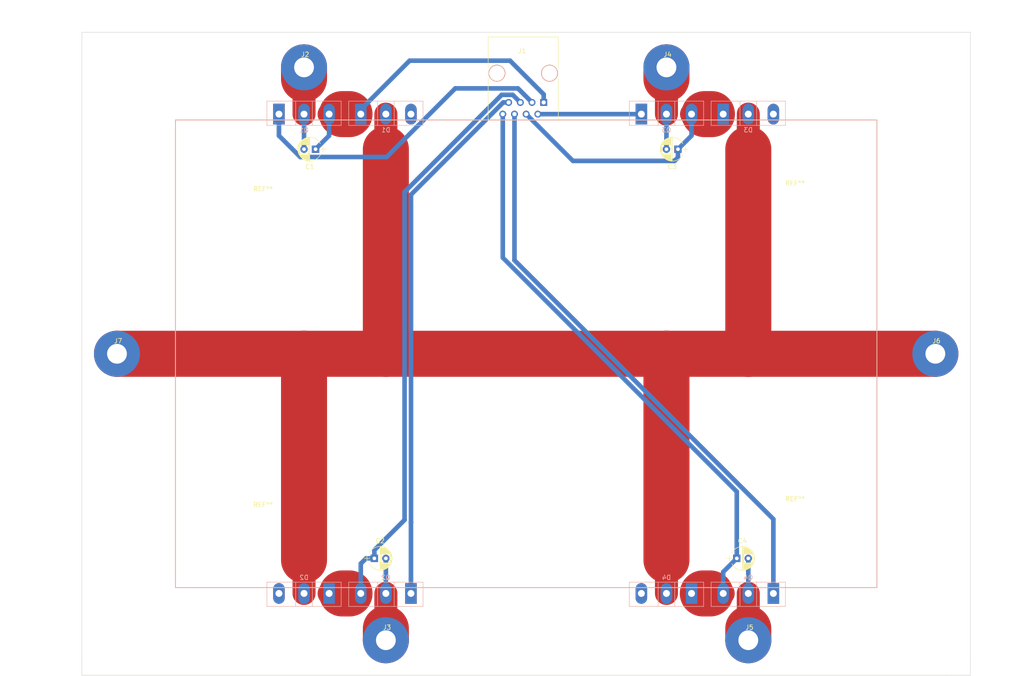
<source format=kicad_pcb>
(kicad_pcb (version 4) (host pcbnew 4.0.7)

  (general
    (links 0)
    (no_connects 0)
    (area 27.889999 20.269999 221.030001 160.070001)
    (thickness 1.6)
    (drawings 25)
    (tracks 87)
    (zones 0)
    (modules 23)
    (nets 18)
  )

  (page A4)
  (layers
    (0 F.Cu mixed)
    (31 B.Cu power)
    (32 B.Adhes user hide)
    (33 F.Adhes user hide)
    (34 B.Paste user hide)
    (35 F.Paste user hide)
    (36 B.SilkS user)
    (37 F.SilkS user)
    (38 B.Mask user)
    (39 F.Mask user)
    (40 Dwgs.User user)
    (41 Cmts.User user hide)
    (42 Eco1.User user hide)
    (43 Eco2.User user hide)
    (44 Edge.Cuts user)
    (45 Margin user hide)
    (46 B.CrtYd user)
    (47 F.CrtYd user)
    (48 B.Fab user hide)
    (49 F.Fab user hide)
  )

  (setup
    (last_trace_width 1)
    (trace_clearance 0.4)
    (zone_clearance 0.508)
    (zone_45_only no)
    (trace_min 0.2)
    (segment_width 0.2)
    (edge_width 0.1)
    (via_size 1.5)
    (via_drill 1)
    (via_min_size 0.4)
    (via_min_drill 0.3)
    (uvia_size 1)
    (uvia_drill 0.5)
    (uvias_allowed no)
    (uvia_min_size 0.2)
    (uvia_min_drill 0.1)
    (pcb_text_width 0.3)
    (pcb_text_size 1.5 1.5)
    (mod_edge_width 0.15)
    (mod_text_size 1 1)
    (mod_text_width 0.15)
    (pad_size 1.5 1.5)
    (pad_drill 0.6)
    (pad_to_mask_clearance 0)
    (aux_axis_origin 0 0)
    (visible_elements 7FFFFFFF)
    (pcbplotparams
      (layerselection 0x000f0_80000001)
      (usegerberextensions false)
      (excludeedgelayer true)
      (linewidth 0.100000)
      (plotframeref false)
      (viasonmask false)
      (mode 1)
      (useauxorigin false)
      (hpglpennumber 1)
      (hpglpenspeed 20)
      (hpglpendiameter 15)
      (hpglpenoverlay 2)
      (psnegative false)
      (psa4output false)
      (plotreference true)
      (plotvalue true)
      (plotinvisibletext false)
      (padsonsilk false)
      (subtractmaskfromsilk false)
      (outputformat 1)
      (mirror false)
      (drillshape 0)
      (scaleselection 1)
      (outputdirectory ""))
  )

  (net 0 "")
  (net 1 GND_ISO_1)
  (net 2 "Net-(C1-Pad2)")
  (net 3 GND_ISO_2)
  (net 4 "Net-(C2-Pad2)")
  (net 5 GND_ISO_3)
  (net 6 "Net-(C3-Pad2)")
  (net 7 GND_ISO_4)
  (net 8 "Net-(C4-Pad2)")
  (net 9 "/SinglePowerSwitch 1/PWR_OUT")
  (net 10 "Net-(D1-Pad3)")
  (net 11 "Net-(D2-Pad3)")
  (net 12 "Net-(D3-Pad3)")
  (net 13 "Net-(D4-Pad3)")
  (net 14 DRV_GATE_1)
  (net 15 DRV_GATE_2)
  (net 16 DRV_GATE_3)
  (net 17 DRV_GATE_4)

  (net_class Default "This is the default net class."
    (clearance 0.4)
    (trace_width 1)
    (via_dia 1.5)
    (via_drill 1)
    (uvia_dia 1)
    (uvia_drill 0.5)
    (add_net "/SinglePowerSwitch 1/PWR_OUT")
    (add_net DRV_GATE_1)
    (add_net DRV_GATE_2)
    (add_net DRV_GATE_3)
    (add_net DRV_GATE_4)
    (add_net GND_ISO_1)
    (add_net GND_ISO_2)
    (add_net GND_ISO_3)
    (add_net GND_ISO_4)
    (add_net "Net-(C1-Pad2)")
    (add_net "Net-(C2-Pad2)")
    (add_net "Net-(C3-Pad2)")
    (add_net "Net-(C4-Pad2)")
    (add_net "Net-(D1-Pad3)")
    (add_net "Net-(D2-Pad3)")
    (add_net "Net-(D3-Pad3)")
    (add_net "Net-(D4-Pad3)")
  )

  (module PartsLibraries:RJ45 (layer F.Cu) (tedit 59511D7C) (tstamp 59AF0929)
    (at 128.27 35.56 180)
    (tags RJ45)
    (path /59AED755)
    (fp_text reference J1 (at 4.7 11.18 180) (layer F.SilkS)
      (effects (font (size 1 1) (thickness 0.15)))
    )
    (fp_text value RJ45 (at 4.59 6.25 180) (layer F.Fab)
      (effects (font (size 1 1) (thickness 0.15)))
    )
    (fp_line (start -3.17 14.22) (end 12.07 14.22) (layer F.SilkS) (width 0.12))
    (fp_line (start 12.07 -3.81) (end 12.06 5.18) (layer F.SilkS) (width 0.12))
    (fp_line (start 12.07 -3.81) (end -3.17 -3.81) (layer F.SilkS) (width 0.12))
    (fp_line (start -3.17 -3.81) (end -3.17 5.19) (layer F.SilkS) (width 0.12))
    (fp_line (start 12.06 7.52) (end 12.07 14.22) (layer F.SilkS) (width 0.12))
    (fp_line (start -3.17 7.51) (end -3.17 14.22) (layer F.SilkS) (width 0.12))
    (fp_line (start -3.56 -4.06) (end 12.46 -4.06) (layer F.CrtYd) (width 0.05))
    (fp_line (start -3.56 -4.06) (end -3.56 14.47) (layer F.CrtYd) (width 0.05))
    (fp_line (start 12.46 14.47) (end 12.46 -4.06) (layer F.CrtYd) (width 0.05))
    (fp_line (start 12.46 14.47) (end -3.56 14.47) (layer F.CrtYd) (width 0.05))
    (pad "" np_thru_hole circle (at 10.16 6.35 180) (size 3.65 3.65) (drill 3.25) (layers *.Cu *.SilkS *.Mask))
    (pad "" np_thru_hole circle (at -1.27 6.35 180) (size 3.65 3.65) (drill 3.25) (layers *.Cu *.SilkS *.Mask))
    (pad 1 thru_hole rect (at 0 0 180) (size 1.5 1.5) (drill 0.9) (layers *.Cu *.Mask)
      (net 1 GND_ISO_1))
    (pad 2 thru_hole circle (at 1.27 -2.54 180) (size 1.5 1.5) (drill 0.9) (layers *.Cu *.Mask)
      (net 16 DRV_GATE_3))
    (pad 3 thru_hole circle (at 2.54 0 180) (size 1.5 1.5) (drill 0.9) (layers *.Cu *.Mask)
      (net 14 DRV_GATE_1))
    (pad 4 thru_hole circle (at 3.81 -2.54 180) (size 1.5 1.5) (drill 0.9) (layers *.Cu *.Mask)
      (net 5 GND_ISO_3))
    (pad 5 thru_hole circle (at 5.08 0 180) (size 1.5 1.5) (drill 0.9) (layers *.Cu *.Mask)
      (net 3 GND_ISO_2))
    (pad 6 thru_hole circle (at 6.35 -2.54 180) (size 1.5 1.5) (drill 0.9) (layers *.Cu *.Mask)
      (net 17 DRV_GATE_4))
    (pad 7 thru_hole circle (at 7.62 0 180) (size 1.5 1.5) (drill 0.9) (layers *.Cu *.Mask)
      (net 15 DRV_GATE_2))
    (pad 8 thru_hole circle (at 8.89 -2.54 180) (size 1.5 1.5) (drill 0.9) (layers *.Cu *.Mask)
      (net 7 GND_ISO_4))
    (model ../../../../../../Development/multilevelinverter/Hardware/3D/RJ45.wrl
      (at (xyz 0.175 -0.667 0.3))
      (scale (xyz 10 10 10))
      (rotate (xyz 270 0 0))
    )
  )

  (module Mounting_Holes:MountingHole_4.3mm_M4 (layer F.Cu) (tedit 56D1B4CB) (tstamp 5A172C6E)
    (at 182.88 127)
    (descr "Mounting Hole 4.3mm, no annular, M4")
    (tags "mounting hole 4.3mm no annular m4")
    (attr virtual)
    (fp_text reference REF** (at 0 -5.3) (layer F.SilkS)
      (effects (font (size 1 1) (thickness 0.15)))
    )
    (fp_text value MountingHole_4.3mm_M4 (at 0 5.3) (layer F.Fab)
      (effects (font (size 1 1) (thickness 0.15)))
    )
    (fp_text user %R (at 0.3 0) (layer F.Fab)
      (effects (font (size 1 1) (thickness 0.15)))
    )
    (fp_circle (center 0 0) (end 4.3 0) (layer Cmts.User) (width 0.15))
    (fp_circle (center 0 0) (end 4.55 0) (layer F.CrtYd) (width 0.05))
    (pad 1 np_thru_hole circle (at 0 0) (size 4.3 4.3) (drill 4.3) (layers *.Cu *.Mask))
  )

  (module Mounting_Holes:MountingHole_4.3mm_M4 (layer F.Cu) (tedit 56D1B4CB) (tstamp 5A172C67)
    (at 67.31 128.27)
    (descr "Mounting Hole 4.3mm, no annular, M4")
    (tags "mounting hole 4.3mm no annular m4")
    (attr virtual)
    (fp_text reference REF** (at 0 -5.3) (layer F.SilkS)
      (effects (font (size 1 1) (thickness 0.15)))
    )
    (fp_text value MountingHole_4.3mm_M4 (at 0 5.3) (layer F.Fab)
      (effects (font (size 1 1) (thickness 0.15)))
    )
    (fp_text user %R (at 0.3 0) (layer F.Fab)
      (effects (font (size 1 1) (thickness 0.15)))
    )
    (fp_circle (center 0 0) (end 4.3 0) (layer Cmts.User) (width 0.15))
    (fp_circle (center 0 0) (end 4.55 0) (layer F.CrtYd) (width 0.05))
    (pad 1 np_thru_hole circle (at 0 0) (size 4.3 4.3) (drill 4.3) (layers *.Cu *.Mask))
  )

  (module Mounting_Holes:MountingHole_4.3mm_M4 (layer F.Cu) (tedit 56D1B4CB) (tstamp 5A172C60)
    (at 182.88 58.42)
    (descr "Mounting Hole 4.3mm, no annular, M4")
    (tags "mounting hole 4.3mm no annular m4")
    (attr virtual)
    (fp_text reference REF** (at 0 -5.3) (layer F.SilkS)
      (effects (font (size 1 1) (thickness 0.15)))
    )
    (fp_text value MountingHole_4.3mm_M4 (at 0 5.3) (layer F.Fab)
      (effects (font (size 1 1) (thickness 0.15)))
    )
    (fp_text user %R (at 0.3 0) (layer F.Fab)
      (effects (font (size 1 1) (thickness 0.15)))
    )
    (fp_circle (center 0 0) (end 4.3 0) (layer Cmts.User) (width 0.15))
    (fp_circle (center 0 0) (end 4.55 0) (layer F.CrtYd) (width 0.05))
    (pad 1 np_thru_hole circle (at 0 0) (size 4.3 4.3) (drill 4.3) (layers *.Cu *.Mask))
  )

  (module PartsLibraries:CP_Radial_D5.0mm_P2.50mm (layer F.Cu) (tedit 597BC7C2) (tstamp 59AF0722)
    (at 78.7 45.72 180)
    (descr "CP, Radial series, Radial, pin pitch=2.50mm, , diameter=5mm, Electrolytic Capacitor")
    (tags "CP Radial series Radial pin pitch 2.50mm  diameter 5mm Electrolytic Capacitor")
    (path /59AEDD49/59AEE01D)
    (fp_text reference C1 (at 1.25 -3.81 180) (layer F.SilkS)
      (effects (font (size 1 1) (thickness 0.15)))
    )
    (fp_text value C (at 1.25 3.81 180) (layer F.Fab)
      (effects (font (size 1 1) (thickness 0.15)))
    )
    (fp_arc (start 1.25 0) (end -1.05558 -1.18) (angle 125.8) (layer F.SilkS) (width 0.12))
    (fp_arc (start 1.25 0) (end -1.05558 1.18) (angle -125.8) (layer F.SilkS) (width 0.12))
    (fp_arc (start 1.25 0) (end 3.55558 -1.18) (angle 54.2) (layer F.SilkS) (width 0.12))
    (fp_circle (center 1.25 0) (end 3.75 0) (layer F.Fab) (width 0.1))
    (fp_line (start -2.2 0) (end -1 0) (layer F.Fab) (width 0.1))
    (fp_line (start -1.6 -0.65) (end -1.6 0.65) (layer F.Fab) (width 0.1))
    (fp_line (start 1.25 -2.55) (end 1.25 2.55) (layer F.SilkS) (width 0.12))
    (fp_line (start 1.29 -2.55) (end 1.29 2.55) (layer F.SilkS) (width 0.12))
    (fp_line (start 1.33 -2.549) (end 1.33 2.549) (layer F.SilkS) (width 0.12))
    (fp_line (start 1.37 -2.548) (end 1.37 2.548) (layer F.SilkS) (width 0.12))
    (fp_line (start 1.41 -2.546) (end 1.41 2.546) (layer F.SilkS) (width 0.12))
    (fp_line (start 1.45 -2.543) (end 1.45 2.543) (layer F.SilkS) (width 0.12))
    (fp_line (start 1.49 -2.539) (end 1.49 2.539) (layer F.SilkS) (width 0.12))
    (fp_line (start 1.53 -2.535) (end 1.53 -0.98) (layer F.SilkS) (width 0.12))
    (fp_line (start 1.53 0.98) (end 1.53 2.535) (layer F.SilkS) (width 0.12))
    (fp_line (start 1.57 -2.531) (end 1.57 -0.98) (layer F.SilkS) (width 0.12))
    (fp_line (start 1.57 0.98) (end 1.57 2.531) (layer F.SilkS) (width 0.12))
    (fp_line (start 1.61 -2.525) (end 1.61 -0.98) (layer F.SilkS) (width 0.12))
    (fp_line (start 1.61 0.98) (end 1.61 2.525) (layer F.SilkS) (width 0.12))
    (fp_line (start 1.65 -2.519) (end 1.65 -0.98) (layer F.SilkS) (width 0.12))
    (fp_line (start 1.65 0.98) (end 1.65 2.519) (layer F.SilkS) (width 0.12))
    (fp_line (start 1.69 -2.513) (end 1.69 -0.98) (layer F.SilkS) (width 0.12))
    (fp_line (start 1.69 0.98) (end 1.69 2.513) (layer F.SilkS) (width 0.12))
    (fp_line (start 1.73 -2.506) (end 1.73 -0.98) (layer F.SilkS) (width 0.12))
    (fp_line (start 1.73 0.98) (end 1.73 2.506) (layer F.SilkS) (width 0.12))
    (fp_line (start 1.77 -2.498) (end 1.77 -0.98) (layer F.SilkS) (width 0.12))
    (fp_line (start 1.77 0.98) (end 1.77 2.498) (layer F.SilkS) (width 0.12))
    (fp_line (start 1.81 -2.489) (end 1.81 -0.98) (layer F.SilkS) (width 0.12))
    (fp_line (start 1.81 0.98) (end 1.81 2.489) (layer F.SilkS) (width 0.12))
    (fp_line (start 1.85 -2.48) (end 1.85 -0.98) (layer F.SilkS) (width 0.12))
    (fp_line (start 1.85 0.98) (end 1.85 2.48) (layer F.SilkS) (width 0.12))
    (fp_line (start 1.89 -2.47) (end 1.89 -0.98) (layer F.SilkS) (width 0.12))
    (fp_line (start 1.89 0.98) (end 1.89 2.47) (layer F.SilkS) (width 0.12))
    (fp_line (start 1.93 -2.46) (end 1.93 -0.98) (layer F.SilkS) (width 0.12))
    (fp_line (start 1.93 0.98) (end 1.93 2.46) (layer F.SilkS) (width 0.12))
    (fp_line (start 1.971 -2.448) (end 1.971 -0.98) (layer F.SilkS) (width 0.12))
    (fp_line (start 1.971 0.98) (end 1.971 2.448) (layer F.SilkS) (width 0.12))
    (fp_line (start 2.011 -2.436) (end 2.011 -0.98) (layer F.SilkS) (width 0.12))
    (fp_line (start 2.011 0.98) (end 2.011 2.436) (layer F.SilkS) (width 0.12))
    (fp_line (start 2.051 -2.424) (end 2.051 -0.98) (layer F.SilkS) (width 0.12))
    (fp_line (start 2.051 0.98) (end 2.051 2.424) (layer F.SilkS) (width 0.12))
    (fp_line (start 2.091 -2.41) (end 2.091 -0.98) (layer F.SilkS) (width 0.12))
    (fp_line (start 2.091 0.98) (end 2.091 2.41) (layer F.SilkS) (width 0.12))
    (fp_line (start 2.131 -2.396) (end 2.131 -0.98) (layer F.SilkS) (width 0.12))
    (fp_line (start 2.131 0.98) (end 2.131 2.396) (layer F.SilkS) (width 0.12))
    (fp_line (start 2.171 -2.382) (end 2.171 -0.98) (layer F.SilkS) (width 0.12))
    (fp_line (start 2.171 0.98) (end 2.171 2.382) (layer F.SilkS) (width 0.12))
    (fp_line (start 2.211 -2.366) (end 2.211 -0.98) (layer F.SilkS) (width 0.12))
    (fp_line (start 2.211 0.98) (end 2.211 2.366) (layer F.SilkS) (width 0.12))
    (fp_line (start 2.251 -2.35) (end 2.251 -0.98) (layer F.SilkS) (width 0.12))
    (fp_line (start 2.251 0.98) (end 2.251 2.35) (layer F.SilkS) (width 0.12))
    (fp_line (start 2.291 -2.333) (end 2.291 -0.98) (layer F.SilkS) (width 0.12))
    (fp_line (start 2.291 0.98) (end 2.291 2.333) (layer F.SilkS) (width 0.12))
    (fp_line (start 2.331 -2.315) (end 2.331 -0.98) (layer F.SilkS) (width 0.12))
    (fp_line (start 2.331 0.98) (end 2.331 2.315) (layer F.SilkS) (width 0.12))
    (fp_line (start 2.371 -2.296) (end 2.371 -0.98) (layer F.SilkS) (width 0.12))
    (fp_line (start 2.371 0.98) (end 2.371 2.296) (layer F.SilkS) (width 0.12))
    (fp_line (start 2.411 -2.276) (end 2.411 -0.98) (layer F.SilkS) (width 0.12))
    (fp_line (start 2.411 0.98) (end 2.411 2.276) (layer F.SilkS) (width 0.12))
    (fp_line (start 2.451 -2.256) (end 2.451 -0.98) (layer F.SilkS) (width 0.12))
    (fp_line (start 2.451 0.98) (end 2.451 2.256) (layer F.SilkS) (width 0.12))
    (fp_line (start 2.491 -2.234) (end 2.491 -0.98) (layer F.SilkS) (width 0.12))
    (fp_line (start 2.491 0.98) (end 2.491 2.234) (layer F.SilkS) (width 0.12))
    (fp_line (start 2.531 -2.212) (end 2.531 -0.98) (layer F.SilkS) (width 0.12))
    (fp_line (start 2.531 0.98) (end 2.531 2.212) (layer F.SilkS) (width 0.12))
    (fp_line (start 2.571 -2.189) (end 2.571 -0.98) (layer F.SilkS) (width 0.12))
    (fp_line (start 2.571 0.98) (end 2.571 2.189) (layer F.SilkS) (width 0.12))
    (fp_line (start 2.611 -2.165) (end 2.611 -0.98) (layer F.SilkS) (width 0.12))
    (fp_line (start 2.611 0.98) (end 2.611 2.165) (layer F.SilkS) (width 0.12))
    (fp_line (start 2.651 -2.14) (end 2.651 -0.98) (layer F.SilkS) (width 0.12))
    (fp_line (start 2.651 0.98) (end 2.651 2.14) (layer F.SilkS) (width 0.12))
    (fp_line (start 2.691 -2.113) (end 2.691 -0.98) (layer F.SilkS) (width 0.12))
    (fp_line (start 2.691 0.98) (end 2.691 2.113) (layer F.SilkS) (width 0.12))
    (fp_line (start 2.731 -2.086) (end 2.731 -0.98) (layer F.SilkS) (width 0.12))
    (fp_line (start 2.731 0.98) (end 2.731 2.086) (layer F.SilkS) (width 0.12))
    (fp_line (start 2.771 -2.058) (end 2.771 -0.98) (layer F.SilkS) (width 0.12))
    (fp_line (start 2.771 0.98) (end 2.771 2.058) (layer F.SilkS) (width 0.12))
    (fp_line (start 2.811 -2.028) (end 2.811 -0.98) (layer F.SilkS) (width 0.12))
    (fp_line (start 2.811 0.98) (end 2.811 2.028) (layer F.SilkS) (width 0.12))
    (fp_line (start 2.851 -1.997) (end 2.851 -0.98) (layer F.SilkS) (width 0.12))
    (fp_line (start 2.851 0.98) (end 2.851 1.997) (layer F.SilkS) (width 0.12))
    (fp_line (start 2.891 -1.965) (end 2.891 -0.98) (layer F.SilkS) (width 0.12))
    (fp_line (start 2.891 0.98) (end 2.891 1.965) (layer F.SilkS) (width 0.12))
    (fp_line (start 2.931 -1.932) (end 2.931 -0.98) (layer F.SilkS) (width 0.12))
    (fp_line (start 2.931 0.98) (end 2.931 1.932) (layer F.SilkS) (width 0.12))
    (fp_line (start 2.971 -1.897) (end 2.971 -0.98) (layer F.SilkS) (width 0.12))
    (fp_line (start 2.971 0.98) (end 2.971 1.897) (layer F.SilkS) (width 0.12))
    (fp_line (start 3.011 -1.861) (end 3.011 -0.98) (layer F.SilkS) (width 0.12))
    (fp_line (start 3.011 0.98) (end 3.011 1.861) (layer F.SilkS) (width 0.12))
    (fp_line (start 3.051 -1.823) (end 3.051 -0.98) (layer F.SilkS) (width 0.12))
    (fp_line (start 3.051 0.98) (end 3.051 1.823) (layer F.SilkS) (width 0.12))
    (fp_line (start 3.091 -1.783) (end 3.091 -0.98) (layer F.SilkS) (width 0.12))
    (fp_line (start 3.091 0.98) (end 3.091 1.783) (layer F.SilkS) (width 0.12))
    (fp_line (start 3.131 -1.742) (end 3.131 -0.98) (layer F.SilkS) (width 0.12))
    (fp_line (start 3.131 0.98) (end 3.131 1.742) (layer F.SilkS) (width 0.12))
    (fp_line (start 3.171 -1.699) (end 3.171 -0.98) (layer F.SilkS) (width 0.12))
    (fp_line (start 3.171 0.98) (end 3.171 1.699) (layer F.SilkS) (width 0.12))
    (fp_line (start 3.211 -1.654) (end 3.211 -0.98) (layer F.SilkS) (width 0.12))
    (fp_line (start 3.211 0.98) (end 3.211 1.654) (layer F.SilkS) (width 0.12))
    (fp_line (start 3.251 -1.606) (end 3.251 -0.98) (layer F.SilkS) (width 0.12))
    (fp_line (start 3.251 0.98) (end 3.251 1.606) (layer F.SilkS) (width 0.12))
    (fp_line (start 3.291 -1.556) (end 3.291 -0.98) (layer F.SilkS) (width 0.12))
    (fp_line (start 3.291 0.98) (end 3.291 1.556) (layer F.SilkS) (width 0.12))
    (fp_line (start 3.331 -1.504) (end 3.331 -0.98) (layer F.SilkS) (width 0.12))
    (fp_line (start 3.331 0.98) (end 3.331 1.504) (layer F.SilkS) (width 0.12))
    (fp_line (start 3.371 -1.448) (end 3.371 -0.98) (layer F.SilkS) (width 0.12))
    (fp_line (start 3.371 0.98) (end 3.371 1.448) (layer F.SilkS) (width 0.12))
    (fp_line (start 3.411 -1.39) (end 3.411 -0.98) (layer F.SilkS) (width 0.12))
    (fp_line (start 3.411 0.98) (end 3.411 1.39) (layer F.SilkS) (width 0.12))
    (fp_line (start 3.451 -1.327) (end 3.451 -0.98) (layer F.SilkS) (width 0.12))
    (fp_line (start 3.451 0.98) (end 3.451 1.327) (layer F.SilkS) (width 0.12))
    (fp_line (start 3.491 -1.261) (end 3.491 1.261) (layer F.SilkS) (width 0.12))
    (fp_line (start 3.531 -1.189) (end 3.531 1.189) (layer F.SilkS) (width 0.12))
    (fp_line (start 3.571 -1.112) (end 3.571 1.112) (layer F.SilkS) (width 0.12))
    (fp_line (start 3.611 -1.028) (end 3.611 1.028) (layer F.SilkS) (width 0.12))
    (fp_line (start 3.651 -0.934) (end 3.651 0.934) (layer F.SilkS) (width 0.12))
    (fp_line (start 3.691 -0.829) (end 3.691 0.829) (layer F.SilkS) (width 0.12))
    (fp_line (start 3.731 -0.707) (end 3.731 0.707) (layer F.SilkS) (width 0.12))
    (fp_line (start 3.771 -0.559) (end 3.771 0.559) (layer F.SilkS) (width 0.12))
    (fp_line (start 3.811 -0.354) (end 3.811 0.354) (layer F.SilkS) (width 0.12))
    (fp_line (start -2.2 0) (end -1 0) (layer F.SilkS) (width 0.12))
    (fp_line (start -1.6 -0.65) (end -1.6 0.65) (layer F.SilkS) (width 0.12))
    (fp_line (start -1.6 -2.85) (end -1.6 2.85) (layer F.CrtYd) (width 0.05))
    (fp_line (start -1.6 2.85) (end 4.1 2.85) (layer F.CrtYd) (width 0.05))
    (fp_line (start 4.1 2.85) (end 4.1 -2.85) (layer F.CrtYd) (width 0.05))
    (fp_line (start 4.1 -2.85) (end -1.6 -2.85) (layer F.CrtYd) (width 0.05))
    (fp_text user %R (at 1.25 0 180) (layer F.Fab)
      (effects (font (size 1 1) (thickness 0.15)))
    )
    (pad 1 thru_hole rect (at 0 0 180) (size 1.6 1.6) (drill 0.8) (layers *.Cu *.Mask)
      (net 1 GND_ISO_1))
    (pad 2 thru_hole circle (at 2.5 0 180) (size 1.6 1.6) (drill 0.8) (layers *.Cu *.Mask)
      (net 2 "Net-(C1-Pad2)"))
    (model ${KISYS3DMOD}/Capacitors_THT.3dshapes/CP_Radial_D5.0mm_P2.50mm.wrl
      (at (xyz 0 0 0))
      (scale (xyz 1 1 1))
      (rotate (xyz 0 0 0))
    )
  )

  (module PartsLibraries:CP_Radial_D5.0mm_P2.50mm (layer F.Cu) (tedit 597BC7C2) (tstamp 59AF07A7)
    (at 91.48 134.62)
    (descr "CP, Radial series, Radial, pin pitch=2.50mm, , diameter=5mm, Electrolytic Capacitor")
    (tags "CP Radial series Radial pin pitch 2.50mm  diameter 5mm Electrolytic Capacitor")
    (path /59AEEDCB/59AEE01D)
    (fp_text reference C2 (at 1.25 -3.81) (layer F.SilkS)
      (effects (font (size 1 1) (thickness 0.15)))
    )
    (fp_text value C (at 1.25 3.81) (layer F.Fab)
      (effects (font (size 1 1) (thickness 0.15)))
    )
    (fp_arc (start 1.25 0) (end -1.05558 -1.18) (angle 125.8) (layer F.SilkS) (width 0.12))
    (fp_arc (start 1.25 0) (end -1.05558 1.18) (angle -125.8) (layer F.SilkS) (width 0.12))
    (fp_arc (start 1.25 0) (end 3.55558 -1.18) (angle 54.2) (layer F.SilkS) (width 0.12))
    (fp_circle (center 1.25 0) (end 3.75 0) (layer F.Fab) (width 0.1))
    (fp_line (start -2.2 0) (end -1 0) (layer F.Fab) (width 0.1))
    (fp_line (start -1.6 -0.65) (end -1.6 0.65) (layer F.Fab) (width 0.1))
    (fp_line (start 1.25 -2.55) (end 1.25 2.55) (layer F.SilkS) (width 0.12))
    (fp_line (start 1.29 -2.55) (end 1.29 2.55) (layer F.SilkS) (width 0.12))
    (fp_line (start 1.33 -2.549) (end 1.33 2.549) (layer F.SilkS) (width 0.12))
    (fp_line (start 1.37 -2.548) (end 1.37 2.548) (layer F.SilkS) (width 0.12))
    (fp_line (start 1.41 -2.546) (end 1.41 2.546) (layer F.SilkS) (width 0.12))
    (fp_line (start 1.45 -2.543) (end 1.45 2.543) (layer F.SilkS) (width 0.12))
    (fp_line (start 1.49 -2.539) (end 1.49 2.539) (layer F.SilkS) (width 0.12))
    (fp_line (start 1.53 -2.535) (end 1.53 -0.98) (layer F.SilkS) (width 0.12))
    (fp_line (start 1.53 0.98) (end 1.53 2.535) (layer F.SilkS) (width 0.12))
    (fp_line (start 1.57 -2.531) (end 1.57 -0.98) (layer F.SilkS) (width 0.12))
    (fp_line (start 1.57 0.98) (end 1.57 2.531) (layer F.SilkS) (width 0.12))
    (fp_line (start 1.61 -2.525) (end 1.61 -0.98) (layer F.SilkS) (width 0.12))
    (fp_line (start 1.61 0.98) (end 1.61 2.525) (layer F.SilkS) (width 0.12))
    (fp_line (start 1.65 -2.519) (end 1.65 -0.98) (layer F.SilkS) (width 0.12))
    (fp_line (start 1.65 0.98) (end 1.65 2.519) (layer F.SilkS) (width 0.12))
    (fp_line (start 1.69 -2.513) (end 1.69 -0.98) (layer F.SilkS) (width 0.12))
    (fp_line (start 1.69 0.98) (end 1.69 2.513) (layer F.SilkS) (width 0.12))
    (fp_line (start 1.73 -2.506) (end 1.73 -0.98) (layer F.SilkS) (width 0.12))
    (fp_line (start 1.73 0.98) (end 1.73 2.506) (layer F.SilkS) (width 0.12))
    (fp_line (start 1.77 -2.498) (end 1.77 -0.98) (layer F.SilkS) (width 0.12))
    (fp_line (start 1.77 0.98) (end 1.77 2.498) (layer F.SilkS) (width 0.12))
    (fp_line (start 1.81 -2.489) (end 1.81 -0.98) (layer F.SilkS) (width 0.12))
    (fp_line (start 1.81 0.98) (end 1.81 2.489) (layer F.SilkS) (width 0.12))
    (fp_line (start 1.85 -2.48) (end 1.85 -0.98) (layer F.SilkS) (width 0.12))
    (fp_line (start 1.85 0.98) (end 1.85 2.48) (layer F.SilkS) (width 0.12))
    (fp_line (start 1.89 -2.47) (end 1.89 -0.98) (layer F.SilkS) (width 0.12))
    (fp_line (start 1.89 0.98) (end 1.89 2.47) (layer F.SilkS) (width 0.12))
    (fp_line (start 1.93 -2.46) (end 1.93 -0.98) (layer F.SilkS) (width 0.12))
    (fp_line (start 1.93 0.98) (end 1.93 2.46) (layer F.SilkS) (width 0.12))
    (fp_line (start 1.971 -2.448) (end 1.971 -0.98) (layer F.SilkS) (width 0.12))
    (fp_line (start 1.971 0.98) (end 1.971 2.448) (layer F.SilkS) (width 0.12))
    (fp_line (start 2.011 -2.436) (end 2.011 -0.98) (layer F.SilkS) (width 0.12))
    (fp_line (start 2.011 0.98) (end 2.011 2.436) (layer F.SilkS) (width 0.12))
    (fp_line (start 2.051 -2.424) (end 2.051 -0.98) (layer F.SilkS) (width 0.12))
    (fp_line (start 2.051 0.98) (end 2.051 2.424) (layer F.SilkS) (width 0.12))
    (fp_line (start 2.091 -2.41) (end 2.091 -0.98) (layer F.SilkS) (width 0.12))
    (fp_line (start 2.091 0.98) (end 2.091 2.41) (layer F.SilkS) (width 0.12))
    (fp_line (start 2.131 -2.396) (end 2.131 -0.98) (layer F.SilkS) (width 0.12))
    (fp_line (start 2.131 0.98) (end 2.131 2.396) (layer F.SilkS) (width 0.12))
    (fp_line (start 2.171 -2.382) (end 2.171 -0.98) (layer F.SilkS) (width 0.12))
    (fp_line (start 2.171 0.98) (end 2.171 2.382) (layer F.SilkS) (width 0.12))
    (fp_line (start 2.211 -2.366) (end 2.211 -0.98) (layer F.SilkS) (width 0.12))
    (fp_line (start 2.211 0.98) (end 2.211 2.366) (layer F.SilkS) (width 0.12))
    (fp_line (start 2.251 -2.35) (end 2.251 -0.98) (layer F.SilkS) (width 0.12))
    (fp_line (start 2.251 0.98) (end 2.251 2.35) (layer F.SilkS) (width 0.12))
    (fp_line (start 2.291 -2.333) (end 2.291 -0.98) (layer F.SilkS) (width 0.12))
    (fp_line (start 2.291 0.98) (end 2.291 2.333) (layer F.SilkS) (width 0.12))
    (fp_line (start 2.331 -2.315) (end 2.331 -0.98) (layer F.SilkS) (width 0.12))
    (fp_line (start 2.331 0.98) (end 2.331 2.315) (layer F.SilkS) (width 0.12))
    (fp_line (start 2.371 -2.296) (end 2.371 -0.98) (layer F.SilkS) (width 0.12))
    (fp_line (start 2.371 0.98) (end 2.371 2.296) (layer F.SilkS) (width 0.12))
    (fp_line (start 2.411 -2.276) (end 2.411 -0.98) (layer F.SilkS) (width 0.12))
    (fp_line (start 2.411 0.98) (end 2.411 2.276) (layer F.SilkS) (width 0.12))
    (fp_line (start 2.451 -2.256) (end 2.451 -0.98) (layer F.SilkS) (width 0.12))
    (fp_line (start 2.451 0.98) (end 2.451 2.256) (layer F.SilkS) (width 0.12))
    (fp_line (start 2.491 -2.234) (end 2.491 -0.98) (layer F.SilkS) (width 0.12))
    (fp_line (start 2.491 0.98) (end 2.491 2.234) (layer F.SilkS) (width 0.12))
    (fp_line (start 2.531 -2.212) (end 2.531 -0.98) (layer F.SilkS) (width 0.12))
    (fp_line (start 2.531 0.98) (end 2.531 2.212) (layer F.SilkS) (width 0.12))
    (fp_line (start 2.571 -2.189) (end 2.571 -0.98) (layer F.SilkS) (width 0.12))
    (fp_line (start 2.571 0.98) (end 2.571 2.189) (layer F.SilkS) (width 0.12))
    (fp_line (start 2.611 -2.165) (end 2.611 -0.98) (layer F.SilkS) (width 0.12))
    (fp_line (start 2.611 0.98) (end 2.611 2.165) (layer F.SilkS) (width 0.12))
    (fp_line (start 2.651 -2.14) (end 2.651 -0.98) (layer F.SilkS) (width 0.12))
    (fp_line (start 2.651 0.98) (end 2.651 2.14) (layer F.SilkS) (width 0.12))
    (fp_line (start 2.691 -2.113) (end 2.691 -0.98) (layer F.SilkS) (width 0.12))
    (fp_line (start 2.691 0.98) (end 2.691 2.113) (layer F.SilkS) (width 0.12))
    (fp_line (start 2.731 -2.086) (end 2.731 -0.98) (layer F.SilkS) (width 0.12))
    (fp_line (start 2.731 0.98) (end 2.731 2.086) (layer F.SilkS) (width 0.12))
    (fp_line (start 2.771 -2.058) (end 2.771 -0.98) (layer F.SilkS) (width 0.12))
    (fp_line (start 2.771 0.98) (end 2.771 2.058) (layer F.SilkS) (width 0.12))
    (fp_line (start 2.811 -2.028) (end 2.811 -0.98) (layer F.SilkS) (width 0.12))
    (fp_line (start 2.811 0.98) (end 2.811 2.028) (layer F.SilkS) (width 0.12))
    (fp_line (start 2.851 -1.997) (end 2.851 -0.98) (layer F.SilkS) (width 0.12))
    (fp_line (start 2.851 0.98) (end 2.851 1.997) (layer F.SilkS) (width 0.12))
    (fp_line (start 2.891 -1.965) (end 2.891 -0.98) (layer F.SilkS) (width 0.12))
    (fp_line (start 2.891 0.98) (end 2.891 1.965) (layer F.SilkS) (width 0.12))
    (fp_line (start 2.931 -1.932) (end 2.931 -0.98) (layer F.SilkS) (width 0.12))
    (fp_line (start 2.931 0.98) (end 2.931 1.932) (layer F.SilkS) (width 0.12))
    (fp_line (start 2.971 -1.897) (end 2.971 -0.98) (layer F.SilkS) (width 0.12))
    (fp_line (start 2.971 0.98) (end 2.971 1.897) (layer F.SilkS) (width 0.12))
    (fp_line (start 3.011 -1.861) (end 3.011 -0.98) (layer F.SilkS) (width 0.12))
    (fp_line (start 3.011 0.98) (end 3.011 1.861) (layer F.SilkS) (width 0.12))
    (fp_line (start 3.051 -1.823) (end 3.051 -0.98) (layer F.SilkS) (width 0.12))
    (fp_line (start 3.051 0.98) (end 3.051 1.823) (layer F.SilkS) (width 0.12))
    (fp_line (start 3.091 -1.783) (end 3.091 -0.98) (layer F.SilkS) (width 0.12))
    (fp_line (start 3.091 0.98) (end 3.091 1.783) (layer F.SilkS) (width 0.12))
    (fp_line (start 3.131 -1.742) (end 3.131 -0.98) (layer F.SilkS) (width 0.12))
    (fp_line (start 3.131 0.98) (end 3.131 1.742) (layer F.SilkS) (width 0.12))
    (fp_line (start 3.171 -1.699) (end 3.171 -0.98) (layer F.SilkS) (width 0.12))
    (fp_line (start 3.171 0.98) (end 3.171 1.699) (layer F.SilkS) (width 0.12))
    (fp_line (start 3.211 -1.654) (end 3.211 -0.98) (layer F.SilkS) (width 0.12))
    (fp_line (start 3.211 0.98) (end 3.211 1.654) (layer F.SilkS) (width 0.12))
    (fp_line (start 3.251 -1.606) (end 3.251 -0.98) (layer F.SilkS) (width 0.12))
    (fp_line (start 3.251 0.98) (end 3.251 1.606) (layer F.SilkS) (width 0.12))
    (fp_line (start 3.291 -1.556) (end 3.291 -0.98) (layer F.SilkS) (width 0.12))
    (fp_line (start 3.291 0.98) (end 3.291 1.556) (layer F.SilkS) (width 0.12))
    (fp_line (start 3.331 -1.504) (end 3.331 -0.98) (layer F.SilkS) (width 0.12))
    (fp_line (start 3.331 0.98) (end 3.331 1.504) (layer F.SilkS) (width 0.12))
    (fp_line (start 3.371 -1.448) (end 3.371 -0.98) (layer F.SilkS) (width 0.12))
    (fp_line (start 3.371 0.98) (end 3.371 1.448) (layer F.SilkS) (width 0.12))
    (fp_line (start 3.411 -1.39) (end 3.411 -0.98) (layer F.SilkS) (width 0.12))
    (fp_line (start 3.411 0.98) (end 3.411 1.39) (layer F.SilkS) (width 0.12))
    (fp_line (start 3.451 -1.327) (end 3.451 -0.98) (layer F.SilkS) (width 0.12))
    (fp_line (start 3.451 0.98) (end 3.451 1.327) (layer F.SilkS) (width 0.12))
    (fp_line (start 3.491 -1.261) (end 3.491 1.261) (layer F.SilkS) (width 0.12))
    (fp_line (start 3.531 -1.189) (end 3.531 1.189) (layer F.SilkS) (width 0.12))
    (fp_line (start 3.571 -1.112) (end 3.571 1.112) (layer F.SilkS) (width 0.12))
    (fp_line (start 3.611 -1.028) (end 3.611 1.028) (layer F.SilkS) (width 0.12))
    (fp_line (start 3.651 -0.934) (end 3.651 0.934) (layer F.SilkS) (width 0.12))
    (fp_line (start 3.691 -0.829) (end 3.691 0.829) (layer F.SilkS) (width 0.12))
    (fp_line (start 3.731 -0.707) (end 3.731 0.707) (layer F.SilkS) (width 0.12))
    (fp_line (start 3.771 -0.559) (end 3.771 0.559) (layer F.SilkS) (width 0.12))
    (fp_line (start 3.811 -0.354) (end 3.811 0.354) (layer F.SilkS) (width 0.12))
    (fp_line (start -2.2 0) (end -1 0) (layer F.SilkS) (width 0.12))
    (fp_line (start -1.6 -0.65) (end -1.6 0.65) (layer F.SilkS) (width 0.12))
    (fp_line (start -1.6 -2.85) (end -1.6 2.85) (layer F.CrtYd) (width 0.05))
    (fp_line (start -1.6 2.85) (end 4.1 2.85) (layer F.CrtYd) (width 0.05))
    (fp_line (start 4.1 2.85) (end 4.1 -2.85) (layer F.CrtYd) (width 0.05))
    (fp_line (start 4.1 -2.85) (end -1.6 -2.85) (layer F.CrtYd) (width 0.05))
    (fp_text user %R (at 1.25 0) (layer F.Fab)
      (effects (font (size 1 1) (thickness 0.15)))
    )
    (pad 1 thru_hole rect (at 0 0) (size 1.6 1.6) (drill 0.8) (layers *.Cu *.Mask)
      (net 3 GND_ISO_2))
    (pad 2 thru_hole circle (at 2.5 0) (size 1.6 1.6) (drill 0.8) (layers *.Cu *.Mask)
      (net 4 "Net-(C2-Pad2)"))
    (model ${KISYS3DMOD}/Capacitors_THT.3dshapes/CP_Radial_D5.0mm_P2.50mm.wrl
      (at (xyz 0 0 0))
      (scale (xyz 1 1 1))
      (rotate (xyz 0 0 0))
    )
  )

  (module PartsLibraries:CP_Radial_D5.0mm_P2.50mm (layer F.Cu) (tedit 597BC7C2) (tstamp 59AF082C)
    (at 157.44 45.72 180)
    (descr "CP, Radial series, Radial, pin pitch=2.50mm, , diameter=5mm, Electrolytic Capacitor")
    (tags "CP Radial series Radial pin pitch 2.50mm  diameter 5mm Electrolytic Capacitor")
    (path /59AEEFC6/59AEE01D)
    (fp_text reference C3 (at 1.25 -3.81 180) (layer F.SilkS)
      (effects (font (size 1 1) (thickness 0.15)))
    )
    (fp_text value C (at 1.25 3.81 180) (layer F.Fab)
      (effects (font (size 1 1) (thickness 0.15)))
    )
    (fp_arc (start 1.25 0) (end -1.05558 -1.18) (angle 125.8) (layer F.SilkS) (width 0.12))
    (fp_arc (start 1.25 0) (end -1.05558 1.18) (angle -125.8) (layer F.SilkS) (width 0.12))
    (fp_arc (start 1.25 0) (end 3.55558 -1.18) (angle 54.2) (layer F.SilkS) (width 0.12))
    (fp_circle (center 1.25 0) (end 3.75 0) (layer F.Fab) (width 0.1))
    (fp_line (start -2.2 0) (end -1 0) (layer F.Fab) (width 0.1))
    (fp_line (start -1.6 -0.65) (end -1.6 0.65) (layer F.Fab) (width 0.1))
    (fp_line (start 1.25 -2.55) (end 1.25 2.55) (layer F.SilkS) (width 0.12))
    (fp_line (start 1.29 -2.55) (end 1.29 2.55) (layer F.SilkS) (width 0.12))
    (fp_line (start 1.33 -2.549) (end 1.33 2.549) (layer F.SilkS) (width 0.12))
    (fp_line (start 1.37 -2.548) (end 1.37 2.548) (layer F.SilkS) (width 0.12))
    (fp_line (start 1.41 -2.546) (end 1.41 2.546) (layer F.SilkS) (width 0.12))
    (fp_line (start 1.45 -2.543) (end 1.45 2.543) (layer F.SilkS) (width 0.12))
    (fp_line (start 1.49 -2.539) (end 1.49 2.539) (layer F.SilkS) (width 0.12))
    (fp_line (start 1.53 -2.535) (end 1.53 -0.98) (layer F.SilkS) (width 0.12))
    (fp_line (start 1.53 0.98) (end 1.53 2.535) (layer F.SilkS) (width 0.12))
    (fp_line (start 1.57 -2.531) (end 1.57 -0.98) (layer F.SilkS) (width 0.12))
    (fp_line (start 1.57 0.98) (end 1.57 2.531) (layer F.SilkS) (width 0.12))
    (fp_line (start 1.61 -2.525) (end 1.61 -0.98) (layer F.SilkS) (width 0.12))
    (fp_line (start 1.61 0.98) (end 1.61 2.525) (layer F.SilkS) (width 0.12))
    (fp_line (start 1.65 -2.519) (end 1.65 -0.98) (layer F.SilkS) (width 0.12))
    (fp_line (start 1.65 0.98) (end 1.65 2.519) (layer F.SilkS) (width 0.12))
    (fp_line (start 1.69 -2.513) (end 1.69 -0.98) (layer F.SilkS) (width 0.12))
    (fp_line (start 1.69 0.98) (end 1.69 2.513) (layer F.SilkS) (width 0.12))
    (fp_line (start 1.73 -2.506) (end 1.73 -0.98) (layer F.SilkS) (width 0.12))
    (fp_line (start 1.73 0.98) (end 1.73 2.506) (layer F.SilkS) (width 0.12))
    (fp_line (start 1.77 -2.498) (end 1.77 -0.98) (layer F.SilkS) (width 0.12))
    (fp_line (start 1.77 0.98) (end 1.77 2.498) (layer F.SilkS) (width 0.12))
    (fp_line (start 1.81 -2.489) (end 1.81 -0.98) (layer F.SilkS) (width 0.12))
    (fp_line (start 1.81 0.98) (end 1.81 2.489) (layer F.SilkS) (width 0.12))
    (fp_line (start 1.85 -2.48) (end 1.85 -0.98) (layer F.SilkS) (width 0.12))
    (fp_line (start 1.85 0.98) (end 1.85 2.48) (layer F.SilkS) (width 0.12))
    (fp_line (start 1.89 -2.47) (end 1.89 -0.98) (layer F.SilkS) (width 0.12))
    (fp_line (start 1.89 0.98) (end 1.89 2.47) (layer F.SilkS) (width 0.12))
    (fp_line (start 1.93 -2.46) (end 1.93 -0.98) (layer F.SilkS) (width 0.12))
    (fp_line (start 1.93 0.98) (end 1.93 2.46) (layer F.SilkS) (width 0.12))
    (fp_line (start 1.971 -2.448) (end 1.971 -0.98) (layer F.SilkS) (width 0.12))
    (fp_line (start 1.971 0.98) (end 1.971 2.448) (layer F.SilkS) (width 0.12))
    (fp_line (start 2.011 -2.436) (end 2.011 -0.98) (layer F.SilkS) (width 0.12))
    (fp_line (start 2.011 0.98) (end 2.011 2.436) (layer F.SilkS) (width 0.12))
    (fp_line (start 2.051 -2.424) (end 2.051 -0.98) (layer F.SilkS) (width 0.12))
    (fp_line (start 2.051 0.98) (end 2.051 2.424) (layer F.SilkS) (width 0.12))
    (fp_line (start 2.091 -2.41) (end 2.091 -0.98) (layer F.SilkS) (width 0.12))
    (fp_line (start 2.091 0.98) (end 2.091 2.41) (layer F.SilkS) (width 0.12))
    (fp_line (start 2.131 -2.396) (end 2.131 -0.98) (layer F.SilkS) (width 0.12))
    (fp_line (start 2.131 0.98) (end 2.131 2.396) (layer F.SilkS) (width 0.12))
    (fp_line (start 2.171 -2.382) (end 2.171 -0.98) (layer F.SilkS) (width 0.12))
    (fp_line (start 2.171 0.98) (end 2.171 2.382) (layer F.SilkS) (width 0.12))
    (fp_line (start 2.211 -2.366) (end 2.211 -0.98) (layer F.SilkS) (width 0.12))
    (fp_line (start 2.211 0.98) (end 2.211 2.366) (layer F.SilkS) (width 0.12))
    (fp_line (start 2.251 -2.35) (end 2.251 -0.98) (layer F.SilkS) (width 0.12))
    (fp_line (start 2.251 0.98) (end 2.251 2.35) (layer F.SilkS) (width 0.12))
    (fp_line (start 2.291 -2.333) (end 2.291 -0.98) (layer F.SilkS) (width 0.12))
    (fp_line (start 2.291 0.98) (end 2.291 2.333) (layer F.SilkS) (width 0.12))
    (fp_line (start 2.331 -2.315) (end 2.331 -0.98) (layer F.SilkS) (width 0.12))
    (fp_line (start 2.331 0.98) (end 2.331 2.315) (layer F.SilkS) (width 0.12))
    (fp_line (start 2.371 -2.296) (end 2.371 -0.98) (layer F.SilkS) (width 0.12))
    (fp_line (start 2.371 0.98) (end 2.371 2.296) (layer F.SilkS) (width 0.12))
    (fp_line (start 2.411 -2.276) (end 2.411 -0.98) (layer F.SilkS) (width 0.12))
    (fp_line (start 2.411 0.98) (end 2.411 2.276) (layer F.SilkS) (width 0.12))
    (fp_line (start 2.451 -2.256) (end 2.451 -0.98) (layer F.SilkS) (width 0.12))
    (fp_line (start 2.451 0.98) (end 2.451 2.256) (layer F.SilkS) (width 0.12))
    (fp_line (start 2.491 -2.234) (end 2.491 -0.98) (layer F.SilkS) (width 0.12))
    (fp_line (start 2.491 0.98) (end 2.491 2.234) (layer F.SilkS) (width 0.12))
    (fp_line (start 2.531 -2.212) (end 2.531 -0.98) (layer F.SilkS) (width 0.12))
    (fp_line (start 2.531 0.98) (end 2.531 2.212) (layer F.SilkS) (width 0.12))
    (fp_line (start 2.571 -2.189) (end 2.571 -0.98) (layer F.SilkS) (width 0.12))
    (fp_line (start 2.571 0.98) (end 2.571 2.189) (layer F.SilkS) (width 0.12))
    (fp_line (start 2.611 -2.165) (end 2.611 -0.98) (layer F.SilkS) (width 0.12))
    (fp_line (start 2.611 0.98) (end 2.611 2.165) (layer F.SilkS) (width 0.12))
    (fp_line (start 2.651 -2.14) (end 2.651 -0.98) (layer F.SilkS) (width 0.12))
    (fp_line (start 2.651 0.98) (end 2.651 2.14) (layer F.SilkS) (width 0.12))
    (fp_line (start 2.691 -2.113) (end 2.691 -0.98) (layer F.SilkS) (width 0.12))
    (fp_line (start 2.691 0.98) (end 2.691 2.113) (layer F.SilkS) (width 0.12))
    (fp_line (start 2.731 -2.086) (end 2.731 -0.98) (layer F.SilkS) (width 0.12))
    (fp_line (start 2.731 0.98) (end 2.731 2.086) (layer F.SilkS) (width 0.12))
    (fp_line (start 2.771 -2.058) (end 2.771 -0.98) (layer F.SilkS) (width 0.12))
    (fp_line (start 2.771 0.98) (end 2.771 2.058) (layer F.SilkS) (width 0.12))
    (fp_line (start 2.811 -2.028) (end 2.811 -0.98) (layer F.SilkS) (width 0.12))
    (fp_line (start 2.811 0.98) (end 2.811 2.028) (layer F.SilkS) (width 0.12))
    (fp_line (start 2.851 -1.997) (end 2.851 -0.98) (layer F.SilkS) (width 0.12))
    (fp_line (start 2.851 0.98) (end 2.851 1.997) (layer F.SilkS) (width 0.12))
    (fp_line (start 2.891 -1.965) (end 2.891 -0.98) (layer F.SilkS) (width 0.12))
    (fp_line (start 2.891 0.98) (end 2.891 1.965) (layer F.SilkS) (width 0.12))
    (fp_line (start 2.931 -1.932) (end 2.931 -0.98) (layer F.SilkS) (width 0.12))
    (fp_line (start 2.931 0.98) (end 2.931 1.932) (layer F.SilkS) (width 0.12))
    (fp_line (start 2.971 -1.897) (end 2.971 -0.98) (layer F.SilkS) (width 0.12))
    (fp_line (start 2.971 0.98) (end 2.971 1.897) (layer F.SilkS) (width 0.12))
    (fp_line (start 3.011 -1.861) (end 3.011 -0.98) (layer F.SilkS) (width 0.12))
    (fp_line (start 3.011 0.98) (end 3.011 1.861) (layer F.SilkS) (width 0.12))
    (fp_line (start 3.051 -1.823) (end 3.051 -0.98) (layer F.SilkS) (width 0.12))
    (fp_line (start 3.051 0.98) (end 3.051 1.823) (layer F.SilkS) (width 0.12))
    (fp_line (start 3.091 -1.783) (end 3.091 -0.98) (layer F.SilkS) (width 0.12))
    (fp_line (start 3.091 0.98) (end 3.091 1.783) (layer F.SilkS) (width 0.12))
    (fp_line (start 3.131 -1.742) (end 3.131 -0.98) (layer F.SilkS) (width 0.12))
    (fp_line (start 3.131 0.98) (end 3.131 1.742) (layer F.SilkS) (width 0.12))
    (fp_line (start 3.171 -1.699) (end 3.171 -0.98) (layer F.SilkS) (width 0.12))
    (fp_line (start 3.171 0.98) (end 3.171 1.699) (layer F.SilkS) (width 0.12))
    (fp_line (start 3.211 -1.654) (end 3.211 -0.98) (layer F.SilkS) (width 0.12))
    (fp_line (start 3.211 0.98) (end 3.211 1.654) (layer F.SilkS) (width 0.12))
    (fp_line (start 3.251 -1.606) (end 3.251 -0.98) (layer F.SilkS) (width 0.12))
    (fp_line (start 3.251 0.98) (end 3.251 1.606) (layer F.SilkS) (width 0.12))
    (fp_line (start 3.291 -1.556) (end 3.291 -0.98) (layer F.SilkS) (width 0.12))
    (fp_line (start 3.291 0.98) (end 3.291 1.556) (layer F.SilkS) (width 0.12))
    (fp_line (start 3.331 -1.504) (end 3.331 -0.98) (layer F.SilkS) (width 0.12))
    (fp_line (start 3.331 0.98) (end 3.331 1.504) (layer F.SilkS) (width 0.12))
    (fp_line (start 3.371 -1.448) (end 3.371 -0.98) (layer F.SilkS) (width 0.12))
    (fp_line (start 3.371 0.98) (end 3.371 1.448) (layer F.SilkS) (width 0.12))
    (fp_line (start 3.411 -1.39) (end 3.411 -0.98) (layer F.SilkS) (width 0.12))
    (fp_line (start 3.411 0.98) (end 3.411 1.39) (layer F.SilkS) (width 0.12))
    (fp_line (start 3.451 -1.327) (end 3.451 -0.98) (layer F.SilkS) (width 0.12))
    (fp_line (start 3.451 0.98) (end 3.451 1.327) (layer F.SilkS) (width 0.12))
    (fp_line (start 3.491 -1.261) (end 3.491 1.261) (layer F.SilkS) (width 0.12))
    (fp_line (start 3.531 -1.189) (end 3.531 1.189) (layer F.SilkS) (width 0.12))
    (fp_line (start 3.571 -1.112) (end 3.571 1.112) (layer F.SilkS) (width 0.12))
    (fp_line (start 3.611 -1.028) (end 3.611 1.028) (layer F.SilkS) (width 0.12))
    (fp_line (start 3.651 -0.934) (end 3.651 0.934) (layer F.SilkS) (width 0.12))
    (fp_line (start 3.691 -0.829) (end 3.691 0.829) (layer F.SilkS) (width 0.12))
    (fp_line (start 3.731 -0.707) (end 3.731 0.707) (layer F.SilkS) (width 0.12))
    (fp_line (start 3.771 -0.559) (end 3.771 0.559) (layer F.SilkS) (width 0.12))
    (fp_line (start 3.811 -0.354) (end 3.811 0.354) (layer F.SilkS) (width 0.12))
    (fp_line (start -2.2 0) (end -1 0) (layer F.SilkS) (width 0.12))
    (fp_line (start -1.6 -0.65) (end -1.6 0.65) (layer F.SilkS) (width 0.12))
    (fp_line (start -1.6 -2.85) (end -1.6 2.85) (layer F.CrtYd) (width 0.05))
    (fp_line (start -1.6 2.85) (end 4.1 2.85) (layer F.CrtYd) (width 0.05))
    (fp_line (start 4.1 2.85) (end 4.1 -2.85) (layer F.CrtYd) (width 0.05))
    (fp_line (start 4.1 -2.85) (end -1.6 -2.85) (layer F.CrtYd) (width 0.05))
    (fp_text user %R (at 1.25 0 180) (layer F.Fab)
      (effects (font (size 1 1) (thickness 0.15)))
    )
    (pad 1 thru_hole rect (at 0 0 180) (size 1.6 1.6) (drill 0.8) (layers *.Cu *.Mask)
      (net 5 GND_ISO_3))
    (pad 2 thru_hole circle (at 2.5 0 180) (size 1.6 1.6) (drill 0.8) (layers *.Cu *.Mask)
      (net 6 "Net-(C3-Pad2)"))
    (model ${KISYS3DMOD}/Capacitors_THT.3dshapes/CP_Radial_D5.0mm_P2.50mm.wrl
      (at (xyz 0 0 0))
      (scale (xyz 1 1 1))
      (rotate (xyz 0 0 0))
    )
  )

  (module PartsLibraries:CP_Radial_D5.0mm_P2.50mm (layer F.Cu) (tedit 597BC7C2) (tstamp 59AF08B1)
    (at 170.22 134.62)
    (descr "CP, Radial series, Radial, pin pitch=2.50mm, , diameter=5mm, Electrolytic Capacitor")
    (tags "CP Radial series Radial pin pitch 2.50mm  diameter 5mm Electrolytic Capacitor")
    (path /59AEEFCD/59AEE01D)
    (fp_text reference C4 (at 1.25 -3.81) (layer F.SilkS)
      (effects (font (size 1 1) (thickness 0.15)))
    )
    (fp_text value C (at 1.25 3.81) (layer F.Fab)
      (effects (font (size 1 1) (thickness 0.15)))
    )
    (fp_arc (start 1.25 0) (end -1.05558 -1.18) (angle 125.8) (layer F.SilkS) (width 0.12))
    (fp_arc (start 1.25 0) (end -1.05558 1.18) (angle -125.8) (layer F.SilkS) (width 0.12))
    (fp_arc (start 1.25 0) (end 3.55558 -1.18) (angle 54.2) (layer F.SilkS) (width 0.12))
    (fp_circle (center 1.25 0) (end 3.75 0) (layer F.Fab) (width 0.1))
    (fp_line (start -2.2 0) (end -1 0) (layer F.Fab) (width 0.1))
    (fp_line (start -1.6 -0.65) (end -1.6 0.65) (layer F.Fab) (width 0.1))
    (fp_line (start 1.25 -2.55) (end 1.25 2.55) (layer F.SilkS) (width 0.12))
    (fp_line (start 1.29 -2.55) (end 1.29 2.55) (layer F.SilkS) (width 0.12))
    (fp_line (start 1.33 -2.549) (end 1.33 2.549) (layer F.SilkS) (width 0.12))
    (fp_line (start 1.37 -2.548) (end 1.37 2.548) (layer F.SilkS) (width 0.12))
    (fp_line (start 1.41 -2.546) (end 1.41 2.546) (layer F.SilkS) (width 0.12))
    (fp_line (start 1.45 -2.543) (end 1.45 2.543) (layer F.SilkS) (width 0.12))
    (fp_line (start 1.49 -2.539) (end 1.49 2.539) (layer F.SilkS) (width 0.12))
    (fp_line (start 1.53 -2.535) (end 1.53 -0.98) (layer F.SilkS) (width 0.12))
    (fp_line (start 1.53 0.98) (end 1.53 2.535) (layer F.SilkS) (width 0.12))
    (fp_line (start 1.57 -2.531) (end 1.57 -0.98) (layer F.SilkS) (width 0.12))
    (fp_line (start 1.57 0.98) (end 1.57 2.531) (layer F.SilkS) (width 0.12))
    (fp_line (start 1.61 -2.525) (end 1.61 -0.98) (layer F.SilkS) (width 0.12))
    (fp_line (start 1.61 0.98) (end 1.61 2.525) (layer F.SilkS) (width 0.12))
    (fp_line (start 1.65 -2.519) (end 1.65 -0.98) (layer F.SilkS) (width 0.12))
    (fp_line (start 1.65 0.98) (end 1.65 2.519) (layer F.SilkS) (width 0.12))
    (fp_line (start 1.69 -2.513) (end 1.69 -0.98) (layer F.SilkS) (width 0.12))
    (fp_line (start 1.69 0.98) (end 1.69 2.513) (layer F.SilkS) (width 0.12))
    (fp_line (start 1.73 -2.506) (end 1.73 -0.98) (layer F.SilkS) (width 0.12))
    (fp_line (start 1.73 0.98) (end 1.73 2.506) (layer F.SilkS) (width 0.12))
    (fp_line (start 1.77 -2.498) (end 1.77 -0.98) (layer F.SilkS) (width 0.12))
    (fp_line (start 1.77 0.98) (end 1.77 2.498) (layer F.SilkS) (width 0.12))
    (fp_line (start 1.81 -2.489) (end 1.81 -0.98) (layer F.SilkS) (width 0.12))
    (fp_line (start 1.81 0.98) (end 1.81 2.489) (layer F.SilkS) (width 0.12))
    (fp_line (start 1.85 -2.48) (end 1.85 -0.98) (layer F.SilkS) (width 0.12))
    (fp_line (start 1.85 0.98) (end 1.85 2.48) (layer F.SilkS) (width 0.12))
    (fp_line (start 1.89 -2.47) (end 1.89 -0.98) (layer F.SilkS) (width 0.12))
    (fp_line (start 1.89 0.98) (end 1.89 2.47) (layer F.SilkS) (width 0.12))
    (fp_line (start 1.93 -2.46) (end 1.93 -0.98) (layer F.SilkS) (width 0.12))
    (fp_line (start 1.93 0.98) (end 1.93 2.46) (layer F.SilkS) (width 0.12))
    (fp_line (start 1.971 -2.448) (end 1.971 -0.98) (layer F.SilkS) (width 0.12))
    (fp_line (start 1.971 0.98) (end 1.971 2.448) (layer F.SilkS) (width 0.12))
    (fp_line (start 2.011 -2.436) (end 2.011 -0.98) (layer F.SilkS) (width 0.12))
    (fp_line (start 2.011 0.98) (end 2.011 2.436) (layer F.SilkS) (width 0.12))
    (fp_line (start 2.051 -2.424) (end 2.051 -0.98) (layer F.SilkS) (width 0.12))
    (fp_line (start 2.051 0.98) (end 2.051 2.424) (layer F.SilkS) (width 0.12))
    (fp_line (start 2.091 -2.41) (end 2.091 -0.98) (layer F.SilkS) (width 0.12))
    (fp_line (start 2.091 0.98) (end 2.091 2.41) (layer F.SilkS) (width 0.12))
    (fp_line (start 2.131 -2.396) (end 2.131 -0.98) (layer F.SilkS) (width 0.12))
    (fp_line (start 2.131 0.98) (end 2.131 2.396) (layer F.SilkS) (width 0.12))
    (fp_line (start 2.171 -2.382) (end 2.171 -0.98) (layer F.SilkS) (width 0.12))
    (fp_line (start 2.171 0.98) (end 2.171 2.382) (layer F.SilkS) (width 0.12))
    (fp_line (start 2.211 -2.366) (end 2.211 -0.98) (layer F.SilkS) (width 0.12))
    (fp_line (start 2.211 0.98) (end 2.211 2.366) (layer F.SilkS) (width 0.12))
    (fp_line (start 2.251 -2.35) (end 2.251 -0.98) (layer F.SilkS) (width 0.12))
    (fp_line (start 2.251 0.98) (end 2.251 2.35) (layer F.SilkS) (width 0.12))
    (fp_line (start 2.291 -2.333) (end 2.291 -0.98) (layer F.SilkS) (width 0.12))
    (fp_line (start 2.291 0.98) (end 2.291 2.333) (layer F.SilkS) (width 0.12))
    (fp_line (start 2.331 -2.315) (end 2.331 -0.98) (layer F.SilkS) (width 0.12))
    (fp_line (start 2.331 0.98) (end 2.331 2.315) (layer F.SilkS) (width 0.12))
    (fp_line (start 2.371 -2.296) (end 2.371 -0.98) (layer F.SilkS) (width 0.12))
    (fp_line (start 2.371 0.98) (end 2.371 2.296) (layer F.SilkS) (width 0.12))
    (fp_line (start 2.411 -2.276) (end 2.411 -0.98) (layer F.SilkS) (width 0.12))
    (fp_line (start 2.411 0.98) (end 2.411 2.276) (layer F.SilkS) (width 0.12))
    (fp_line (start 2.451 -2.256) (end 2.451 -0.98) (layer F.SilkS) (width 0.12))
    (fp_line (start 2.451 0.98) (end 2.451 2.256) (layer F.SilkS) (width 0.12))
    (fp_line (start 2.491 -2.234) (end 2.491 -0.98) (layer F.SilkS) (width 0.12))
    (fp_line (start 2.491 0.98) (end 2.491 2.234) (layer F.SilkS) (width 0.12))
    (fp_line (start 2.531 -2.212) (end 2.531 -0.98) (layer F.SilkS) (width 0.12))
    (fp_line (start 2.531 0.98) (end 2.531 2.212) (layer F.SilkS) (width 0.12))
    (fp_line (start 2.571 -2.189) (end 2.571 -0.98) (layer F.SilkS) (width 0.12))
    (fp_line (start 2.571 0.98) (end 2.571 2.189) (layer F.SilkS) (width 0.12))
    (fp_line (start 2.611 -2.165) (end 2.611 -0.98) (layer F.SilkS) (width 0.12))
    (fp_line (start 2.611 0.98) (end 2.611 2.165) (layer F.SilkS) (width 0.12))
    (fp_line (start 2.651 -2.14) (end 2.651 -0.98) (layer F.SilkS) (width 0.12))
    (fp_line (start 2.651 0.98) (end 2.651 2.14) (layer F.SilkS) (width 0.12))
    (fp_line (start 2.691 -2.113) (end 2.691 -0.98) (layer F.SilkS) (width 0.12))
    (fp_line (start 2.691 0.98) (end 2.691 2.113) (layer F.SilkS) (width 0.12))
    (fp_line (start 2.731 -2.086) (end 2.731 -0.98) (layer F.SilkS) (width 0.12))
    (fp_line (start 2.731 0.98) (end 2.731 2.086) (layer F.SilkS) (width 0.12))
    (fp_line (start 2.771 -2.058) (end 2.771 -0.98) (layer F.SilkS) (width 0.12))
    (fp_line (start 2.771 0.98) (end 2.771 2.058) (layer F.SilkS) (width 0.12))
    (fp_line (start 2.811 -2.028) (end 2.811 -0.98) (layer F.SilkS) (width 0.12))
    (fp_line (start 2.811 0.98) (end 2.811 2.028) (layer F.SilkS) (width 0.12))
    (fp_line (start 2.851 -1.997) (end 2.851 -0.98) (layer F.SilkS) (width 0.12))
    (fp_line (start 2.851 0.98) (end 2.851 1.997) (layer F.SilkS) (width 0.12))
    (fp_line (start 2.891 -1.965) (end 2.891 -0.98) (layer F.SilkS) (width 0.12))
    (fp_line (start 2.891 0.98) (end 2.891 1.965) (layer F.SilkS) (width 0.12))
    (fp_line (start 2.931 -1.932) (end 2.931 -0.98) (layer F.SilkS) (width 0.12))
    (fp_line (start 2.931 0.98) (end 2.931 1.932) (layer F.SilkS) (width 0.12))
    (fp_line (start 2.971 -1.897) (end 2.971 -0.98) (layer F.SilkS) (width 0.12))
    (fp_line (start 2.971 0.98) (end 2.971 1.897) (layer F.SilkS) (width 0.12))
    (fp_line (start 3.011 -1.861) (end 3.011 -0.98) (layer F.SilkS) (width 0.12))
    (fp_line (start 3.011 0.98) (end 3.011 1.861) (layer F.SilkS) (width 0.12))
    (fp_line (start 3.051 -1.823) (end 3.051 -0.98) (layer F.SilkS) (width 0.12))
    (fp_line (start 3.051 0.98) (end 3.051 1.823) (layer F.SilkS) (width 0.12))
    (fp_line (start 3.091 -1.783) (end 3.091 -0.98) (layer F.SilkS) (width 0.12))
    (fp_line (start 3.091 0.98) (end 3.091 1.783) (layer F.SilkS) (width 0.12))
    (fp_line (start 3.131 -1.742) (end 3.131 -0.98) (layer F.SilkS) (width 0.12))
    (fp_line (start 3.131 0.98) (end 3.131 1.742) (layer F.SilkS) (width 0.12))
    (fp_line (start 3.171 -1.699) (end 3.171 -0.98) (layer F.SilkS) (width 0.12))
    (fp_line (start 3.171 0.98) (end 3.171 1.699) (layer F.SilkS) (width 0.12))
    (fp_line (start 3.211 -1.654) (end 3.211 -0.98) (layer F.SilkS) (width 0.12))
    (fp_line (start 3.211 0.98) (end 3.211 1.654) (layer F.SilkS) (width 0.12))
    (fp_line (start 3.251 -1.606) (end 3.251 -0.98) (layer F.SilkS) (width 0.12))
    (fp_line (start 3.251 0.98) (end 3.251 1.606) (layer F.SilkS) (width 0.12))
    (fp_line (start 3.291 -1.556) (end 3.291 -0.98) (layer F.SilkS) (width 0.12))
    (fp_line (start 3.291 0.98) (end 3.291 1.556) (layer F.SilkS) (width 0.12))
    (fp_line (start 3.331 -1.504) (end 3.331 -0.98) (layer F.SilkS) (width 0.12))
    (fp_line (start 3.331 0.98) (end 3.331 1.504) (layer F.SilkS) (width 0.12))
    (fp_line (start 3.371 -1.448) (end 3.371 -0.98) (layer F.SilkS) (width 0.12))
    (fp_line (start 3.371 0.98) (end 3.371 1.448) (layer F.SilkS) (width 0.12))
    (fp_line (start 3.411 -1.39) (end 3.411 -0.98) (layer F.SilkS) (width 0.12))
    (fp_line (start 3.411 0.98) (end 3.411 1.39) (layer F.SilkS) (width 0.12))
    (fp_line (start 3.451 -1.327) (end 3.451 -0.98) (layer F.SilkS) (width 0.12))
    (fp_line (start 3.451 0.98) (end 3.451 1.327) (layer F.SilkS) (width 0.12))
    (fp_line (start 3.491 -1.261) (end 3.491 1.261) (layer F.SilkS) (width 0.12))
    (fp_line (start 3.531 -1.189) (end 3.531 1.189) (layer F.SilkS) (width 0.12))
    (fp_line (start 3.571 -1.112) (end 3.571 1.112) (layer F.SilkS) (width 0.12))
    (fp_line (start 3.611 -1.028) (end 3.611 1.028) (layer F.SilkS) (width 0.12))
    (fp_line (start 3.651 -0.934) (end 3.651 0.934) (layer F.SilkS) (width 0.12))
    (fp_line (start 3.691 -0.829) (end 3.691 0.829) (layer F.SilkS) (width 0.12))
    (fp_line (start 3.731 -0.707) (end 3.731 0.707) (layer F.SilkS) (width 0.12))
    (fp_line (start 3.771 -0.559) (end 3.771 0.559) (layer F.SilkS) (width 0.12))
    (fp_line (start 3.811 -0.354) (end 3.811 0.354) (layer F.SilkS) (width 0.12))
    (fp_line (start -2.2 0) (end -1 0) (layer F.SilkS) (width 0.12))
    (fp_line (start -1.6 -0.65) (end -1.6 0.65) (layer F.SilkS) (width 0.12))
    (fp_line (start -1.6 -2.85) (end -1.6 2.85) (layer F.CrtYd) (width 0.05))
    (fp_line (start -1.6 2.85) (end 4.1 2.85) (layer F.CrtYd) (width 0.05))
    (fp_line (start 4.1 2.85) (end 4.1 -2.85) (layer F.CrtYd) (width 0.05))
    (fp_line (start 4.1 -2.85) (end -1.6 -2.85) (layer F.CrtYd) (width 0.05))
    (fp_text user %R (at 1.25 0) (layer F.Fab)
      (effects (font (size 1 1) (thickness 0.15)))
    )
    (pad 1 thru_hole rect (at 0 0) (size 1.6 1.6) (drill 0.8) (layers *.Cu *.Mask)
      (net 7 GND_ISO_4))
    (pad 2 thru_hole circle (at 2.5 0) (size 1.6 1.6) (drill 0.8) (layers *.Cu *.Mask)
      (net 8 "Net-(C4-Pad2)"))
    (model ${KISYS3DMOD}/Capacitors_THT.3dshapes/CP_Radial_D5.0mm_P2.50mm.wrl
      (at (xyz 0 0 0))
      (scale (xyz 1 1 1))
      (rotate (xyz 0 0 0))
    )
  )

  (module TO_SOT_Packages_THT:TO-247_TO-3P_Vertical (layer B.Cu) (tedit 58CE52AE) (tstamp 59AF08C9)
    (at 88.53 38.1)
    (descr "TO-247, Vertical, RM 5.45mm, TO-3P")
    (tags "TO-247 Vertical RM 5.45mm TO-3P")
    (path /59AEDD49/59AEE007)
    (fp_text reference D1 (at 5.45 3.45) (layer B.SilkS)
      (effects (font (size 1 1) (thickness 0.15)) (justify mirror))
    )
    (fp_text value PWR_DIODE (at 5.45 -6.07) (layer B.Fab)
      (effects (font (size 1 1) (thickness 0.15)) (justify mirror))
    )
    (fp_text user %R (at 5.45 3.45) (layer B.Fab)
      (effects (font (size 1 1) (thickness 0.15)) (justify mirror))
    )
    (fp_line (start -2.5 2.33) (end -2.5 -2.7) (layer B.Fab) (width 0.1))
    (fp_line (start -2.5 -2.7) (end 13.4 -2.7) (layer B.Fab) (width 0.1))
    (fp_line (start 13.4 -2.7) (end 13.4 2.33) (layer B.Fab) (width 0.1))
    (fp_line (start 13.4 2.33) (end -2.5 2.33) (layer B.Fab) (width 0.1))
    (fp_line (start 3.645 2.33) (end 3.645 -2.7) (layer B.Fab) (width 0.1))
    (fp_line (start 7.255 2.33) (end 7.255 -2.7) (layer B.Fab) (width 0.1))
    (fp_line (start -2.62 2.451) (end 13.52 2.451) (layer B.SilkS) (width 0.12))
    (fp_line (start -2.62 -2.82) (end 13.52 -2.82) (layer B.SilkS) (width 0.12))
    (fp_line (start -2.62 2.451) (end -2.62 -2.82) (layer B.SilkS) (width 0.12))
    (fp_line (start 13.52 2.451) (end 13.52 -2.82) (layer B.SilkS) (width 0.12))
    (fp_line (start 3.646 2.451) (end 3.646 -2.82) (layer B.SilkS) (width 0.12))
    (fp_line (start 7.255 2.451) (end 7.255 -2.82) (layer B.SilkS) (width 0.12))
    (fp_line (start -2.75 2.59) (end -2.75 -2.95) (layer B.CrtYd) (width 0.05))
    (fp_line (start -2.75 -2.95) (end 13.65 -2.95) (layer B.CrtYd) (width 0.05))
    (fp_line (start 13.65 -2.95) (end 13.65 2.59) (layer B.CrtYd) (width 0.05))
    (fp_line (start 13.65 2.59) (end -2.75 2.59) (layer B.CrtYd) (width 0.05))
    (pad 1 thru_hole rect (at 0 0) (size 2.5 4.5) (drill 1.5) (layers *.Cu *.Mask)
      (net 1 GND_ISO_1))
    (pad 2 thru_hole oval (at 5.45 0) (size 2.5 4.5) (drill 1.5) (layers *.Cu *.Mask)
      (net 9 "/SinglePowerSwitch 1/PWR_OUT"))
    (pad 3 thru_hole oval (at 10.9 0) (size 2.5 4.5) (drill 1.5) (layers *.Cu *.Mask)
      (net 10 "Net-(D1-Pad3)"))
    (model ${KISYS3DMOD}/TO_SOT_Packages_THT.3dshapes/TO-247_TO-3P_Vertical.wrl
      (at (xyz 0.212598 0 0))
      (scale (xyz 1 1 1))
      (rotate (xyz 0 0 0))
    )
  )

  (module TO_SOT_Packages_THT:TO-247_TO-3P_Vertical (layer B.Cu) (tedit 58CE52AE) (tstamp 59AF08E1)
    (at 81.65 142.24 180)
    (descr "TO-247, Vertical, RM 5.45mm, TO-3P")
    (tags "TO-247 Vertical RM 5.45mm TO-3P")
    (path /59AEEDCB/59AEE007)
    (fp_text reference D2 (at 5.45 3.45 180) (layer B.SilkS)
      (effects (font (size 1 1) (thickness 0.15)) (justify mirror))
    )
    (fp_text value PWR_DIODE (at 5.45 -6.07 180) (layer B.Fab)
      (effects (font (size 1 1) (thickness 0.15)) (justify mirror))
    )
    (fp_text user %R (at 5.45 3.45 180) (layer B.Fab)
      (effects (font (size 1 1) (thickness 0.15)) (justify mirror))
    )
    (fp_line (start -2.5 2.33) (end -2.5 -2.7) (layer B.Fab) (width 0.1))
    (fp_line (start -2.5 -2.7) (end 13.4 -2.7) (layer B.Fab) (width 0.1))
    (fp_line (start 13.4 -2.7) (end 13.4 2.33) (layer B.Fab) (width 0.1))
    (fp_line (start 13.4 2.33) (end -2.5 2.33) (layer B.Fab) (width 0.1))
    (fp_line (start 3.645 2.33) (end 3.645 -2.7) (layer B.Fab) (width 0.1))
    (fp_line (start 7.255 2.33) (end 7.255 -2.7) (layer B.Fab) (width 0.1))
    (fp_line (start -2.62 2.451) (end 13.52 2.451) (layer B.SilkS) (width 0.12))
    (fp_line (start -2.62 -2.82) (end 13.52 -2.82) (layer B.SilkS) (width 0.12))
    (fp_line (start -2.62 2.451) (end -2.62 -2.82) (layer B.SilkS) (width 0.12))
    (fp_line (start 13.52 2.451) (end 13.52 -2.82) (layer B.SilkS) (width 0.12))
    (fp_line (start 3.646 2.451) (end 3.646 -2.82) (layer B.SilkS) (width 0.12))
    (fp_line (start 7.255 2.451) (end 7.255 -2.82) (layer B.SilkS) (width 0.12))
    (fp_line (start -2.75 2.59) (end -2.75 -2.95) (layer B.CrtYd) (width 0.05))
    (fp_line (start -2.75 -2.95) (end 13.65 -2.95) (layer B.CrtYd) (width 0.05))
    (fp_line (start 13.65 -2.95) (end 13.65 2.59) (layer B.CrtYd) (width 0.05))
    (fp_line (start 13.65 2.59) (end -2.75 2.59) (layer B.CrtYd) (width 0.05))
    (pad 1 thru_hole rect (at 0 0 180) (size 2.5 4.5) (drill 1.5) (layers *.Cu *.Mask)
      (net 3 GND_ISO_2))
    (pad 2 thru_hole oval (at 5.45 0 180) (size 2.5 4.5) (drill 1.5) (layers *.Cu *.Mask)
      (net 9 "/SinglePowerSwitch 1/PWR_OUT"))
    (pad 3 thru_hole oval (at 10.9 0 180) (size 2.5 4.5) (drill 1.5) (layers *.Cu *.Mask)
      (net 11 "Net-(D2-Pad3)"))
    (model ${KISYS3DMOD}/TO_SOT_Packages_THT.3dshapes/TO-247_TO-3P_Vertical.wrl
      (at (xyz 0.212598 0 0))
      (scale (xyz 1 1 1))
      (rotate (xyz 0 0 0))
    )
  )

  (module TO_SOT_Packages_THT:TO-247_TO-3P_Vertical (layer B.Cu) (tedit 58CE52AE) (tstamp 59AF08F9)
    (at 167.27 38.1)
    (descr "TO-247, Vertical, RM 5.45mm, TO-3P")
    (tags "TO-247 Vertical RM 5.45mm TO-3P")
    (path /59AEEFC6/59AEE007)
    (fp_text reference D3 (at 5.45 3.45) (layer B.SilkS)
      (effects (font (size 1 1) (thickness 0.15)) (justify mirror))
    )
    (fp_text value PWR_DIODE (at 5.45 -6.07) (layer B.Fab)
      (effects (font (size 1 1) (thickness 0.15)) (justify mirror))
    )
    (fp_text user %R (at 5.45 3.45) (layer B.Fab)
      (effects (font (size 1 1) (thickness 0.15)) (justify mirror))
    )
    (fp_line (start -2.5 2.33) (end -2.5 -2.7) (layer B.Fab) (width 0.1))
    (fp_line (start -2.5 -2.7) (end 13.4 -2.7) (layer B.Fab) (width 0.1))
    (fp_line (start 13.4 -2.7) (end 13.4 2.33) (layer B.Fab) (width 0.1))
    (fp_line (start 13.4 2.33) (end -2.5 2.33) (layer B.Fab) (width 0.1))
    (fp_line (start 3.645 2.33) (end 3.645 -2.7) (layer B.Fab) (width 0.1))
    (fp_line (start 7.255 2.33) (end 7.255 -2.7) (layer B.Fab) (width 0.1))
    (fp_line (start -2.62 2.451) (end 13.52 2.451) (layer B.SilkS) (width 0.12))
    (fp_line (start -2.62 -2.82) (end 13.52 -2.82) (layer B.SilkS) (width 0.12))
    (fp_line (start -2.62 2.451) (end -2.62 -2.82) (layer B.SilkS) (width 0.12))
    (fp_line (start 13.52 2.451) (end 13.52 -2.82) (layer B.SilkS) (width 0.12))
    (fp_line (start 3.646 2.451) (end 3.646 -2.82) (layer B.SilkS) (width 0.12))
    (fp_line (start 7.255 2.451) (end 7.255 -2.82) (layer B.SilkS) (width 0.12))
    (fp_line (start -2.75 2.59) (end -2.75 -2.95) (layer B.CrtYd) (width 0.05))
    (fp_line (start -2.75 -2.95) (end 13.65 -2.95) (layer B.CrtYd) (width 0.05))
    (fp_line (start 13.65 -2.95) (end 13.65 2.59) (layer B.CrtYd) (width 0.05))
    (fp_line (start 13.65 2.59) (end -2.75 2.59) (layer B.CrtYd) (width 0.05))
    (pad 1 thru_hole rect (at 0 0) (size 2.5 4.5) (drill 1.5) (layers *.Cu *.Mask)
      (net 5 GND_ISO_3))
    (pad 2 thru_hole oval (at 5.45 0) (size 2.5 4.5) (drill 1.5) (layers *.Cu *.Mask)
      (net 9 "/SinglePowerSwitch 1/PWR_OUT"))
    (pad 3 thru_hole oval (at 10.9 0) (size 2.5 4.5) (drill 1.5) (layers *.Cu *.Mask)
      (net 12 "Net-(D3-Pad3)"))
    (model ${KISYS3DMOD}/TO_SOT_Packages_THT.3dshapes/TO-247_TO-3P_Vertical.wrl
      (at (xyz 0.212598 0 0))
      (scale (xyz 1 1 1))
      (rotate (xyz 0 0 0))
    )
  )

  (module TO_SOT_Packages_THT:TO-247_TO-3P_Vertical (layer B.Cu) (tedit 58CE52AE) (tstamp 59AF0911)
    (at 160.39 142.24 180)
    (descr "TO-247, Vertical, RM 5.45mm, TO-3P")
    (tags "TO-247 Vertical RM 5.45mm TO-3P")
    (path /59AEEFCD/59AEE007)
    (fp_text reference D4 (at 5.45 3.45 180) (layer B.SilkS)
      (effects (font (size 1 1) (thickness 0.15)) (justify mirror))
    )
    (fp_text value PWR_DIODE (at 5.45 -6.07 180) (layer B.Fab)
      (effects (font (size 1 1) (thickness 0.15)) (justify mirror))
    )
    (fp_text user %R (at 5.45 3.45 180) (layer B.Fab)
      (effects (font (size 1 1) (thickness 0.15)) (justify mirror))
    )
    (fp_line (start -2.5 2.33) (end -2.5 -2.7) (layer B.Fab) (width 0.1))
    (fp_line (start -2.5 -2.7) (end 13.4 -2.7) (layer B.Fab) (width 0.1))
    (fp_line (start 13.4 -2.7) (end 13.4 2.33) (layer B.Fab) (width 0.1))
    (fp_line (start 13.4 2.33) (end -2.5 2.33) (layer B.Fab) (width 0.1))
    (fp_line (start 3.645 2.33) (end 3.645 -2.7) (layer B.Fab) (width 0.1))
    (fp_line (start 7.255 2.33) (end 7.255 -2.7) (layer B.Fab) (width 0.1))
    (fp_line (start -2.62 2.451) (end 13.52 2.451) (layer B.SilkS) (width 0.12))
    (fp_line (start -2.62 -2.82) (end 13.52 -2.82) (layer B.SilkS) (width 0.12))
    (fp_line (start -2.62 2.451) (end -2.62 -2.82) (layer B.SilkS) (width 0.12))
    (fp_line (start 13.52 2.451) (end 13.52 -2.82) (layer B.SilkS) (width 0.12))
    (fp_line (start 3.646 2.451) (end 3.646 -2.82) (layer B.SilkS) (width 0.12))
    (fp_line (start 7.255 2.451) (end 7.255 -2.82) (layer B.SilkS) (width 0.12))
    (fp_line (start -2.75 2.59) (end -2.75 -2.95) (layer B.CrtYd) (width 0.05))
    (fp_line (start -2.75 -2.95) (end 13.65 -2.95) (layer B.CrtYd) (width 0.05))
    (fp_line (start 13.65 -2.95) (end 13.65 2.59) (layer B.CrtYd) (width 0.05))
    (fp_line (start 13.65 2.59) (end -2.75 2.59) (layer B.CrtYd) (width 0.05))
    (pad 1 thru_hole rect (at 0 0 180) (size 2.5 4.5) (drill 1.5) (layers *.Cu *.Mask)
      (net 7 GND_ISO_4))
    (pad 2 thru_hole oval (at 5.45 0 180) (size 2.5 4.5) (drill 1.5) (layers *.Cu *.Mask)
      (net 9 "/SinglePowerSwitch 1/PWR_OUT"))
    (pad 3 thru_hole oval (at 10.9 0 180) (size 2.5 4.5) (drill 1.5) (layers *.Cu *.Mask)
      (net 13 "Net-(D4-Pad3)"))
    (model ${KISYS3DMOD}/TO_SOT_Packages_THT.3dshapes/TO-247_TO-3P_Vertical.wrl
      (at (xyz 0.212598 0 0))
      (scale (xyz 1 1 1))
      (rotate (xyz 0 0 0))
    )
  )

  (module PartsLibraries:PowerConnectorRound (layer F.Cu) (tedit 59AECA0D) (tstamp 59AF0938)
    (at 154.94 27.94)
    (path /59AEEFC6/59AEE02F)
    (fp_text reference J4 (at 0.254 -2.794) (layer F.SilkS)
      (effects (font (size 1 1) (thickness 0.15)))
    )
    (fp_text value PWR_IN (at 0 6.35) (layer F.Fab)
      (effects (font (size 1 1) (thickness 0.15)))
    )
    (pad 1 thru_hole circle (at 0 0) (size 10 10) (drill 4.3) (layers *.Cu *.Mask)
      (net 6 "Net-(C3-Pad2)"))
  )

  (module PartsLibraries:PowerConnectorRound (layer F.Cu) (tedit 59AECA0D) (tstamp 59AF093D)
    (at 172.72 152.4)
    (path /59AEEFCD/59AEE02F)
    (fp_text reference J5 (at 0.254 -2.794) (layer F.SilkS)
      (effects (font (size 1 1) (thickness 0.15)))
    )
    (fp_text value PWR_IN (at 0 6.35) (layer F.Fab)
      (effects (font (size 1 1) (thickness 0.15)))
    )
    (pad 1 thru_hole circle (at 0 0) (size 10 10) (drill 4.3) (layers *.Cu *.Mask)
      (net 8 "Net-(C4-Pad2)"))
  )

  (module PartsLibraries:PowerConnectorRound (layer F.Cu) (tedit 59AECA0D) (tstamp 59AF0942)
    (at 213.36 90.17)
    (path /59AEFF90)
    (fp_text reference J6 (at 0.254 -2.794) (layer F.SilkS)
      (effects (font (size 1 1) (thickness 0.15)))
    )
    (fp_text value PWR_OUT (at 0 6.35) (layer F.Fab)
      (effects (font (size 1 1) (thickness 0.15)))
    )
    (pad 1 thru_hole circle (at 0 0) (size 10 10) (drill 4.3) (layers *.Cu *.Mask)
      (net 9 "/SinglePowerSwitch 1/PWR_OUT"))
  )

  (module TO_SOT_Packages_THT:TO-247_TO-3P_Vertical (layer B.Cu) (tedit 58CE52AE) (tstamp 59AF096E)
    (at 70.75 38.1)
    (descr "TO-247, Vertical, RM 5.45mm, TO-3P")
    (tags "TO-247 Vertical RM 5.45mm TO-3P")
    (path /59AEDD49/59AEE014)
    (fp_text reference Q1 (at 5.45 3.45) (layer B.SilkS)
      (effects (font (size 1 1) (thickness 0.15)) (justify mirror))
    )
    (fp_text value RFP12N10L (at 5.45 -6.07) (layer B.Fab)
      (effects (font (size 1 1) (thickness 0.15)) (justify mirror))
    )
    (fp_text user %R (at 5.45 3.45) (layer B.Fab)
      (effects (font (size 1 1) (thickness 0.15)) (justify mirror))
    )
    (fp_line (start -2.5 2.33) (end -2.5 -2.7) (layer B.Fab) (width 0.1))
    (fp_line (start -2.5 -2.7) (end 13.4 -2.7) (layer B.Fab) (width 0.1))
    (fp_line (start 13.4 -2.7) (end 13.4 2.33) (layer B.Fab) (width 0.1))
    (fp_line (start 13.4 2.33) (end -2.5 2.33) (layer B.Fab) (width 0.1))
    (fp_line (start 3.645 2.33) (end 3.645 -2.7) (layer B.Fab) (width 0.1))
    (fp_line (start 7.255 2.33) (end 7.255 -2.7) (layer B.Fab) (width 0.1))
    (fp_line (start -2.62 2.451) (end 13.52 2.451) (layer B.SilkS) (width 0.12))
    (fp_line (start -2.62 -2.82) (end 13.52 -2.82) (layer B.SilkS) (width 0.12))
    (fp_line (start -2.62 2.451) (end -2.62 -2.82) (layer B.SilkS) (width 0.12))
    (fp_line (start 13.52 2.451) (end 13.52 -2.82) (layer B.SilkS) (width 0.12))
    (fp_line (start 3.646 2.451) (end 3.646 -2.82) (layer B.SilkS) (width 0.12))
    (fp_line (start 7.255 2.451) (end 7.255 -2.82) (layer B.SilkS) (width 0.12))
    (fp_line (start -2.75 2.59) (end -2.75 -2.95) (layer B.CrtYd) (width 0.05))
    (fp_line (start -2.75 -2.95) (end 13.65 -2.95) (layer B.CrtYd) (width 0.05))
    (fp_line (start 13.65 -2.95) (end 13.65 2.59) (layer B.CrtYd) (width 0.05))
    (fp_line (start 13.65 2.59) (end -2.75 2.59) (layer B.CrtYd) (width 0.05))
    (pad 1 thru_hole rect (at 0 0) (size 2.5 4.5) (drill 1.5) (layers *.Cu *.Mask)
      (net 14 DRV_GATE_1))
    (pad 2 thru_hole oval (at 5.45 0) (size 2.5 4.5) (drill 1.5) (layers *.Cu *.Mask)
      (net 2 "Net-(C1-Pad2)"))
    (pad 3 thru_hole oval (at 10.9 0) (size 2.5 4.5) (drill 1.5) (layers *.Cu *.Mask)
      (net 1 GND_ISO_1))
    (model ${KISYS3DMOD}/TO_SOT_Packages_THT.3dshapes/TO-247_TO-3P_Vertical.wrl
      (at (xyz 0.212598 0 0))
      (scale (xyz 1 1 1))
      (rotate (xyz 0 0 0))
    )
  )

  (module TO_SOT_Packages_THT:TO-247_TO-3P_Vertical (layer B.Cu) (tedit 58CE52AE) (tstamp 59AF0986)
    (at 99.43 142.24 180)
    (descr "TO-247, Vertical, RM 5.45mm, TO-3P")
    (tags "TO-247 Vertical RM 5.45mm TO-3P")
    (path /59AEEDCB/59AEE014)
    (fp_text reference Q2 (at 5.45 3.45 180) (layer B.SilkS)
      (effects (font (size 1 1) (thickness 0.15)) (justify mirror))
    )
    (fp_text value RFP12N10L (at 5.45 -6.07 180) (layer B.Fab)
      (effects (font (size 1 1) (thickness 0.15)) (justify mirror))
    )
    (fp_text user %R (at 5.45 3.45 180) (layer B.Fab)
      (effects (font (size 1 1) (thickness 0.15)) (justify mirror))
    )
    (fp_line (start -2.5 2.33) (end -2.5 -2.7) (layer B.Fab) (width 0.1))
    (fp_line (start -2.5 -2.7) (end 13.4 -2.7) (layer B.Fab) (width 0.1))
    (fp_line (start 13.4 -2.7) (end 13.4 2.33) (layer B.Fab) (width 0.1))
    (fp_line (start 13.4 2.33) (end -2.5 2.33) (layer B.Fab) (width 0.1))
    (fp_line (start 3.645 2.33) (end 3.645 -2.7) (layer B.Fab) (width 0.1))
    (fp_line (start 7.255 2.33) (end 7.255 -2.7) (layer B.Fab) (width 0.1))
    (fp_line (start -2.62 2.451) (end 13.52 2.451) (layer B.SilkS) (width 0.12))
    (fp_line (start -2.62 -2.82) (end 13.52 -2.82) (layer B.SilkS) (width 0.12))
    (fp_line (start -2.62 2.451) (end -2.62 -2.82) (layer B.SilkS) (width 0.12))
    (fp_line (start 13.52 2.451) (end 13.52 -2.82) (layer B.SilkS) (width 0.12))
    (fp_line (start 3.646 2.451) (end 3.646 -2.82) (layer B.SilkS) (width 0.12))
    (fp_line (start 7.255 2.451) (end 7.255 -2.82) (layer B.SilkS) (width 0.12))
    (fp_line (start -2.75 2.59) (end -2.75 -2.95) (layer B.CrtYd) (width 0.05))
    (fp_line (start -2.75 -2.95) (end 13.65 -2.95) (layer B.CrtYd) (width 0.05))
    (fp_line (start 13.65 -2.95) (end 13.65 2.59) (layer B.CrtYd) (width 0.05))
    (fp_line (start 13.65 2.59) (end -2.75 2.59) (layer B.CrtYd) (width 0.05))
    (pad 1 thru_hole rect (at 0 0 180) (size 2.5 4.5) (drill 1.5) (layers *.Cu *.Mask)
      (net 15 DRV_GATE_2))
    (pad 2 thru_hole oval (at 5.45 0 180) (size 2.5 4.5) (drill 1.5) (layers *.Cu *.Mask)
      (net 4 "Net-(C2-Pad2)"))
    (pad 3 thru_hole oval (at 10.9 0 180) (size 2.5 4.5) (drill 1.5) (layers *.Cu *.Mask)
      (net 3 GND_ISO_2))
    (model ${KISYS3DMOD}/TO_SOT_Packages_THT.3dshapes/TO-247_TO-3P_Vertical.wrl
      (at (xyz 0.212598 0 0))
      (scale (xyz 1 1 1))
      (rotate (xyz 0 0 0))
    )
  )

  (module TO_SOT_Packages_THT:TO-247_TO-3P_Vertical (layer B.Cu) (tedit 58CE52AE) (tstamp 59AF099E)
    (at 149.49 38.1)
    (descr "TO-247, Vertical, RM 5.45mm, TO-3P")
    (tags "TO-247 Vertical RM 5.45mm TO-3P")
    (path /59AEEFC6/59AEE014)
    (fp_text reference Q3 (at 5.45 3.45) (layer B.SilkS)
      (effects (font (size 1 1) (thickness 0.15)) (justify mirror))
    )
    (fp_text value RFP12N10L (at 5.45 -6.07) (layer B.Fab)
      (effects (font (size 1 1) (thickness 0.15)) (justify mirror))
    )
    (fp_text user %R (at 5.45 3.45) (layer B.Fab)
      (effects (font (size 1 1) (thickness 0.15)) (justify mirror))
    )
    (fp_line (start -2.5 2.33) (end -2.5 -2.7) (layer B.Fab) (width 0.1))
    (fp_line (start -2.5 -2.7) (end 13.4 -2.7) (layer B.Fab) (width 0.1))
    (fp_line (start 13.4 -2.7) (end 13.4 2.33) (layer B.Fab) (width 0.1))
    (fp_line (start 13.4 2.33) (end -2.5 2.33) (layer B.Fab) (width 0.1))
    (fp_line (start 3.645 2.33) (end 3.645 -2.7) (layer B.Fab) (width 0.1))
    (fp_line (start 7.255 2.33) (end 7.255 -2.7) (layer B.Fab) (width 0.1))
    (fp_line (start -2.62 2.451) (end 13.52 2.451) (layer B.SilkS) (width 0.12))
    (fp_line (start -2.62 -2.82) (end 13.52 -2.82) (layer B.SilkS) (width 0.12))
    (fp_line (start -2.62 2.451) (end -2.62 -2.82) (layer B.SilkS) (width 0.12))
    (fp_line (start 13.52 2.451) (end 13.52 -2.82) (layer B.SilkS) (width 0.12))
    (fp_line (start 3.646 2.451) (end 3.646 -2.82) (layer B.SilkS) (width 0.12))
    (fp_line (start 7.255 2.451) (end 7.255 -2.82) (layer B.SilkS) (width 0.12))
    (fp_line (start -2.75 2.59) (end -2.75 -2.95) (layer B.CrtYd) (width 0.05))
    (fp_line (start -2.75 -2.95) (end 13.65 -2.95) (layer B.CrtYd) (width 0.05))
    (fp_line (start 13.65 -2.95) (end 13.65 2.59) (layer B.CrtYd) (width 0.05))
    (fp_line (start 13.65 2.59) (end -2.75 2.59) (layer B.CrtYd) (width 0.05))
    (pad 1 thru_hole rect (at 0 0) (size 2.5 4.5) (drill 1.5) (layers *.Cu *.Mask)
      (net 16 DRV_GATE_3))
    (pad 2 thru_hole oval (at 5.45 0) (size 2.5 4.5) (drill 1.5) (layers *.Cu *.Mask)
      (net 6 "Net-(C3-Pad2)"))
    (pad 3 thru_hole oval (at 10.9 0) (size 2.5 4.5) (drill 1.5) (layers *.Cu *.Mask)
      (net 5 GND_ISO_3))
    (model ${KISYS3DMOD}/TO_SOT_Packages_THT.3dshapes/TO-247_TO-3P_Vertical.wrl
      (at (xyz 0.212598 0 0))
      (scale (xyz 1 1 1))
      (rotate (xyz 0 0 0))
    )
  )

  (module TO_SOT_Packages_THT:TO-247_TO-3P_Vertical (layer B.Cu) (tedit 58CE52AE) (tstamp 59AF09B6)
    (at 178.17 142.24 180)
    (descr "TO-247, Vertical, RM 5.45mm, TO-3P")
    (tags "TO-247 Vertical RM 5.45mm TO-3P")
    (path /59AEEFCD/59AEE014)
    (fp_text reference Q4 (at 5.45 3.45 180) (layer B.SilkS)
      (effects (font (size 1 1) (thickness 0.15)) (justify mirror))
    )
    (fp_text value RFP12N10L (at 5.45 -6.07 180) (layer B.Fab)
      (effects (font (size 1 1) (thickness 0.15)) (justify mirror))
    )
    (fp_text user %R (at 5.45 3.45 180) (layer B.Fab)
      (effects (font (size 1 1) (thickness 0.15)) (justify mirror))
    )
    (fp_line (start -2.5 2.33) (end -2.5 -2.7) (layer B.Fab) (width 0.1))
    (fp_line (start -2.5 -2.7) (end 13.4 -2.7) (layer B.Fab) (width 0.1))
    (fp_line (start 13.4 -2.7) (end 13.4 2.33) (layer B.Fab) (width 0.1))
    (fp_line (start 13.4 2.33) (end -2.5 2.33) (layer B.Fab) (width 0.1))
    (fp_line (start 3.645 2.33) (end 3.645 -2.7) (layer B.Fab) (width 0.1))
    (fp_line (start 7.255 2.33) (end 7.255 -2.7) (layer B.Fab) (width 0.1))
    (fp_line (start -2.62 2.451) (end 13.52 2.451) (layer B.SilkS) (width 0.12))
    (fp_line (start -2.62 -2.82) (end 13.52 -2.82) (layer B.SilkS) (width 0.12))
    (fp_line (start -2.62 2.451) (end -2.62 -2.82) (layer B.SilkS) (width 0.12))
    (fp_line (start 13.52 2.451) (end 13.52 -2.82) (layer B.SilkS) (width 0.12))
    (fp_line (start 3.646 2.451) (end 3.646 -2.82) (layer B.SilkS) (width 0.12))
    (fp_line (start 7.255 2.451) (end 7.255 -2.82) (layer B.SilkS) (width 0.12))
    (fp_line (start -2.75 2.59) (end -2.75 -2.95) (layer B.CrtYd) (width 0.05))
    (fp_line (start -2.75 -2.95) (end 13.65 -2.95) (layer B.CrtYd) (width 0.05))
    (fp_line (start 13.65 -2.95) (end 13.65 2.59) (layer B.CrtYd) (width 0.05))
    (fp_line (start 13.65 2.59) (end -2.75 2.59) (layer B.CrtYd) (width 0.05))
    (pad 1 thru_hole rect (at 0 0 180) (size 2.5 4.5) (drill 1.5) (layers *.Cu *.Mask)
      (net 17 DRV_GATE_4))
    (pad 2 thru_hole oval (at 5.45 0 180) (size 2.5 4.5) (drill 1.5) (layers *.Cu *.Mask)
      (net 8 "Net-(C4-Pad2)"))
    (pad 3 thru_hole oval (at 10.9 0 180) (size 2.5 4.5) (drill 1.5) (layers *.Cu *.Mask)
      (net 7 GND_ISO_4))
    (model ${KISYS3DMOD}/TO_SOT_Packages_THT.3dshapes/TO-247_TO-3P_Vertical.wrl
      (at (xyz 0.212598 0 0))
      (scale (xyz 1 1 1))
      (rotate (xyz 0 0 0))
    )
  )

  (module PartsLibraries:PowerConnectorRound (layer F.Cu) (tedit 59AECA0D) (tstamp 59AF102F)
    (at 76.2 27.94)
    (path /59AEDD49/59AEE02F)
    (fp_text reference J2 (at 0.254 -2.794) (layer F.SilkS)
      (effects (font (size 1 1) (thickness 0.15)))
    )
    (fp_text value PWR_IN (at 0 6.35) (layer F.Fab)
      (effects (font (size 1 1) (thickness 0.15)))
    )
    (pad 1 thru_hole circle (at 0 0) (size 10 10) (drill 4.3) (layers *.Cu *.Mask)
      (net 2 "Net-(C1-Pad2)"))
  )

  (module PartsLibraries:PowerConnectorRound (layer F.Cu) (tedit 59AECA0D) (tstamp 59AF1034)
    (at 93.98 152.4)
    (path /59AEEDCB/59AEE02F)
    (fp_text reference J3 (at 0.254 -2.794) (layer F.SilkS)
      (effects (font (size 1 1) (thickness 0.15)))
    )
    (fp_text value PWR_IN (at 0 6.35) (layer F.Fab)
      (effects (font (size 1 1) (thickness 0.15)))
    )
    (pad 1 thru_hole circle (at 0 0) (size 10 10) (drill 4.3) (layers *.Cu *.Mask)
      (net 4 "Net-(C2-Pad2)"))
  )

  (module PartsLibraries:PowerConnectorRound (layer F.Cu) (tedit 59AECA0D) (tstamp 59AFA65B)
    (at 35.56 90.17)
    (path /59AFA697)
    (fp_text reference J7 (at 0.254 -2.794) (layer F.SilkS)
      (effects (font (size 1 1) (thickness 0.15)))
    )
    (fp_text value PWR_OUT (at 0 6.35) (layer F.Fab)
      (effects (font (size 1 1) (thickness 0.15)))
    )
    (pad 1 thru_hole circle (at 0 0) (size 10 10) (drill 4.3) (layers *.Cu *.Mask)
      (net 9 "/SinglePowerSwitch 1/PWR_OUT"))
  )

  (module Mounting_Holes:MountingHole_4.3mm_M4 (layer F.Cu) (tedit 56D1B4CB) (tstamp 5A172C5D)
    (at 67.31 59.69)
    (descr "Mounting Hole 4.3mm, no annular, M4")
    (tags "mounting hole 4.3mm no annular m4")
    (attr virtual)
    (fp_text reference REF** (at 0 -5.3) (layer F.SilkS)
      (effects (font (size 1 1) (thickness 0.15)))
    )
    (fp_text value MountingHole_4.3mm_M4 (at 0 5.3) (layer F.Fab)
      (effects (font (size 1 1) (thickness 0.15)))
    )
    (fp_text user %R (at 0.3 0) (layer F.Fab)
      (effects (font (size 1 1) (thickness 0.15)))
    )
    (fp_circle (center 0 0) (end 4.3 0) (layer Cmts.User) (width 0.15))
    (fp_circle (center 0 0) (end 4.55 0) (layer F.CrtYd) (width 0.05))
    (pad 1 np_thru_hole circle (at 0 0) (size 4.3 4.3) (drill 4.3) (layers *.Cu *.Mask))
  )

  (dimension 68.58 (width 0.3) (layer Dwgs.User) (tstamp 5A172D78)
    (gr_text "68.580 mm" (at 76.28 93.98 270) (layer Dwgs.User) (tstamp 5A172D79)
      (effects (font (size 1.5 1.5) (thickness 0.3)))
    )
    (feature1 (pts (xy 67.31 128.27) (xy 77.63 128.27)))
    (feature2 (pts (xy 67.31 59.69) (xy 77.63 59.69)))
    (crossbar (pts (xy 74.93 59.69) (xy 74.93 128.27)))
    (arrow1a (pts (xy 74.93 128.27) (xy 74.343579 127.143496)))
    (arrow1b (pts (xy 74.93 128.27) (xy 75.516421 127.143496)))
    (arrow2a (pts (xy 74.93 59.69) (xy 74.343579 60.816504)))
    (arrow2b (pts (xy 74.93 59.69) (xy 75.516421 60.816504)))
  )
  (dimension 115.57 (width 0.3) (layer Dwgs.User)
    (gr_text "115.570 mm" (at 125.095 48.18) (layer Dwgs.User) (tstamp 5A172D01)
      (effects (font (size 1.5 1.5) (thickness 0.3)))
    )
    (feature1 (pts (xy 182.88 58.42) (xy 182.88 46.83)))
    (feature2 (pts (xy 67.31 58.42) (xy 67.31 46.83)))
    (crossbar (pts (xy 67.31 49.53) (xy 182.88 49.53)))
    (arrow1a (pts (xy 182.88 49.53) (xy 181.753496 50.116421)))
    (arrow1b (pts (xy 182.88 49.53) (xy 181.753496 48.943579)))
    (arrow2a (pts (xy 67.31 49.53) (xy 68.436504 50.116421)))
    (arrow2b (pts (xy 67.31 49.53) (xy 68.436504 48.943579)))
  )
  (dimension 68.58 (width 0.3) (layer Dwgs.User)
    (gr_text "68.580 mm" (at 196.928703 92.71 270) (layer Dwgs.User) (tstamp 5A172D73)
      (effects (font (size 1.5 1.5) (thickness 0.3)))
    )
    (feature1 (pts (xy 182.88 127) (xy 198.278703 127)))
    (feature2 (pts (xy 182.88 58.42) (xy 198.278703 58.42)))
    (crossbar (pts (xy 195.578703 58.42) (xy 195.578703 127)))
    (arrow1a (pts (xy 195.578703 127) (xy 194.992282 125.873496)))
    (arrow1b (pts (xy 195.578703 127) (xy 196.165124 125.873496)))
    (arrow2a (pts (xy 195.578703 58.42) (xy 194.992282 59.546504)))
    (arrow2b (pts (xy 195.578703 58.42) (xy 196.165124 59.546504)))
  )
  (gr_line (start 215.9 160.02) (end 220.98 160.02) (layer Edge.Cuts) (width 0.1))
  (gr_line (start 215.9 20.32) (end 220.98 20.32) (layer Edge.Cuts) (width 0.1))
  (dimension 139.7 (width 0.3) (layer Dwgs.User)
    (gr_text "139.700 mm" (at 16.43 90.17 270) (layer Dwgs.User)
      (effects (font (size 1.5 1.5) (thickness 0.3)))
    )
    (feature1 (pts (xy 27.94 160.02) (xy 15.08 160.02)))
    (feature2 (pts (xy 27.94 20.32) (xy 15.08 20.32)))
    (crossbar (pts (xy 17.78 20.32) (xy 17.78 160.02)))
    (arrow1a (pts (xy 17.78 160.02) (xy 17.193579 158.893496)))
    (arrow1b (pts (xy 17.78 160.02) (xy 18.366421 158.893496)))
    (arrow2a (pts (xy 17.78 20.32) (xy 17.193579 21.446504)))
    (arrow2b (pts (xy 17.78 20.32) (xy 18.366421 21.446504)))
  )
  (dimension 193.04 (width 0.3) (layer Dwgs.User)
    (gr_text "193.040 mm" (at 124.46 15.16) (layer Dwgs.User)
      (effects (font (size 1.5 1.5) (thickness 0.3)))
    )
    (feature1 (pts (xy 220.98 20.32) (xy 220.98 13.81)))
    (feature2 (pts (xy 27.94 20.32) (xy 27.94 13.81)))
    (crossbar (pts (xy 27.94 16.51) (xy 220.98 16.51)))
    (arrow1a (pts (xy 220.98 16.51) (xy 219.853496 17.096421)))
    (arrow1b (pts (xy 220.98 16.51) (xy 219.853496 15.923579)))
    (arrow2a (pts (xy 27.94 16.51) (xy 29.066504 17.096421)))
    (arrow2b (pts (xy 27.94 16.51) (xy 29.066504 15.923579)))
  )
  (dimension 104.14 (width 0.3) (layer Dwgs.User)
    (gr_text "104.140 mm" (at 191.85 90.17 270) (layer Dwgs.User)
      (effects (font (size 1.5 1.5) (thickness 0.3)))
    )
    (feature1 (pts (xy 177.8 142.24) (xy 193.2 142.24)))
    (feature2 (pts (xy 177.8 38.1) (xy 193.2 38.1)))
    (crossbar (pts (xy 190.5 38.1) (xy 190.5 142.24)))
    (arrow1a (pts (xy 190.5 142.24) (xy 189.913579 141.113496)))
    (arrow1b (pts (xy 190.5 142.24) (xy 191.086421 141.113496)))
    (arrow2a (pts (xy 190.5 38.1) (xy 189.913579 39.226504)))
    (arrow2b (pts (xy 190.5 38.1) (xy 191.086421 39.226504)))
  )
  (dimension 52.07 (width 0.3) (layer Dwgs.User)
    (gr_text "52.070 mm" (at 229.95 116.205 270) (layer Dwgs.User) (tstamp 59AFD55D)
      (effects (font (size 1.5 1.5) (thickness 0.3)))
    )
    (feature1 (pts (xy 203.2 142.24) (xy 231.3 142.24)))
    (feature2 (pts (xy 203.2 90.17) (xy 231.3 90.17)))
    (crossbar (pts (xy 228.6 90.17) (xy 228.6 142.24)))
    (arrow1a (pts (xy 228.6 142.24) (xy 228.013579 141.113496)))
    (arrow1b (pts (xy 228.6 142.24) (xy 229.186421 141.113496)))
    (arrow2a (pts (xy 228.6 90.17) (xy 228.013579 91.296504)))
    (arrow2b (pts (xy 228.6 90.17) (xy 229.186421 91.296504)))
  )
  (dimension 52.07 (width 0.3) (layer Dwgs.User)
    (gr_text "52.070 mm" (at 229.95 64.135 90) (layer Dwgs.User) (tstamp 59AFD55A)
      (effects (font (size 1.5 1.5) (thickness 0.3)))
    )
    (feature1 (pts (xy 203.2 38.1) (xy 231.3 38.1)))
    (feature2 (pts (xy 203.2 90.17) (xy 231.3 90.17)))
    (crossbar (pts (xy 228.6 90.17) (xy 228.6 38.1)))
    (arrow1a (pts (xy 228.6 38.1) (xy 229.186421 39.226504)))
    (arrow1b (pts (xy 228.6 38.1) (xy 228.013579 39.226504)))
    (arrow2a (pts (xy 228.6 90.17) (xy 229.186421 89.043496)))
    (arrow2b (pts (xy 228.6 90.17) (xy 228.013579 89.043496)))
  )
  (gr_line (start 220.98 157.48) (end 220.98 160.02) (layer Edge.Cuts) (width 0.1))
  (gr_line (start 27.94 157.48) (end 27.94 160.02) (layer Edge.Cuts) (width 0.1))
  (dimension 20.32 (width 0.3) (layer Dwgs.User) (tstamp 59AFCF6F)
    (gr_text "20.320 mm" (at 58.42 24.21) (layer Dwgs.User) (tstamp 59AFCF70)
      (effects (font (size 1.5 1.5) (thickness 0.3)))
    )
    (feature1 (pts (xy 68.58 20.32) (xy 68.58 25.56)))
    (feature2 (pts (xy 48.26 20.32) (xy 48.26 25.56)))
    (crossbar (pts (xy 48.26 22.86) (xy 68.58 22.86)))
    (arrow1a (pts (xy 68.58 22.86) (xy 67.453496 23.446421)))
    (arrow1b (pts (xy 68.58 22.86) (xy 67.453496 22.273579)))
    (arrow2a (pts (xy 48.26 22.86) (xy 49.386504 23.446421)))
    (arrow2b (pts (xy 48.26 22.86) (xy 49.386504 22.273579)))
  )
  (dimension 20.32 (width 0.3) (layer Dwgs.User) (tstamp 59AFCF6D)
    (gr_text "20.320 mm" (at 190.59398 23.86964) (layer Dwgs.User) (tstamp 59AFCF6E)
      (effects (font (size 1.5 1.5) (thickness 0.3)))
    )
    (feature1 (pts (xy 200.75398 19.97964) (xy 200.75398 25.21964)))
    (feature2 (pts (xy 180.43398 19.97964) (xy 180.43398 25.21964)))
    (crossbar (pts (xy 180.43398 22.51964) (xy 200.75398 22.51964)))
    (arrow1a (pts (xy 200.75398 22.51964) (xy 199.627476 23.106061)))
    (arrow1b (pts (xy 200.75398 22.51964) (xy 199.627476 21.933219)))
    (arrow2a (pts (xy 180.43398 22.51964) (xy 181.560484 23.106061)))
    (arrow2b (pts (xy 180.43398 22.51964) (xy 181.560484 21.933219)))
  )
  (dimension 45.72 (width 0.3) (layer Dwgs.User) (tstamp 59AFCF63)
    (gr_text "45.720 mm" (at 124.46 158.83) (layer Dwgs.User) (tstamp 59AFCF64)
      (effects (font (size 1.5 1.5) (thickness 0.3)))
    )
    (feature1 (pts (xy 147.32 154.94) (xy 147.32 160.18)))
    (feature2 (pts (xy 101.6 154.94) (xy 101.6 160.18)))
    (crossbar (pts (xy 101.6 157.48) (xy 147.32 157.48)))
    (arrow1a (pts (xy 147.32 157.48) (xy 146.193496 158.066421)))
    (arrow1b (pts (xy 147.32 157.48) (xy 146.193496 156.893579)))
    (arrow2a (pts (xy 101.6 157.48) (xy 102.726504 158.066421)))
    (arrow2b (pts (xy 101.6 157.48) (xy 102.726504 156.893579)))
  )
  (dimension 20.32 (width 0.3) (layer Dwgs.User) (tstamp 59AFCB96)
    (gr_text "20.320 mm" (at 190.59398 155.94964) (layer Dwgs.User) (tstamp 59AFCBBF)
      (effects (font (size 1.5 1.5) (thickness 0.3)))
    )
    (feature1 (pts (xy 200.75398 152.05964) (xy 200.75398 157.29964)))
    (feature2 (pts (xy 180.43398 152.05964) (xy 180.43398 157.29964)))
    (crossbar (pts (xy 180.43398 154.59964) (xy 200.75398 154.59964)))
    (arrow1a (pts (xy 200.75398 154.59964) (xy 199.627476 155.186061)))
    (arrow1b (pts (xy 200.75398 154.59964) (xy 199.627476 154.013219)))
    (arrow2a (pts (xy 180.43398 154.59964) (xy 181.560484 155.186061)))
    (arrow2b (pts (xy 180.43398 154.59964) (xy 181.560484 154.013219)))
  )
  (dimension 20.32 (width 0.3) (layer Dwgs.User)
    (gr_text "20.320 mm" (at 58.42 158.83) (layer Dwgs.User)
      (effects (font (size 1.5 1.5) (thickness 0.3)))
    )
    (feature1 (pts (xy 68.58 154.94) (xy 68.58 160.18)))
    (feature2 (pts (xy 48.26 154.94) (xy 48.26 160.18)))
    (crossbar (pts (xy 48.26 157.48) (xy 68.58 157.48)))
    (arrow1a (pts (xy 68.58 157.48) (xy 67.453496 158.066421)))
    (arrow1b (pts (xy 68.58 157.48) (xy 67.453496 156.893579)))
    (arrow2a (pts (xy 48.26 157.48) (xy 49.386504 158.066421)))
    (arrow2b (pts (xy 48.26 157.48) (xy 49.386504 156.893579)))
  )
  (gr_line (start 48.26 39.37) (end 48.26 140.97) (layer B.SilkS) (width 0.2))
  (gr_line (start 200.66 39.37) (end 48.26 39.37) (layer B.SilkS) (width 0.2))
  (gr_line (start 200.66 140.97) (end 200.66 39.37) (layer B.SilkS) (width 0.2))
  (gr_line (start 48.26 140.97) (end 200.66 140.97) (layer B.SilkS) (width 0.2))
  (gr_line (start 27.94 157.48) (end 27.94 20.32) (layer Edge.Cuts) (width 0.1))
  (gr_line (start 215.9 160.02) (end 27.94 160.02) (layer Edge.Cuts) (width 0.1))
  (gr_line (start 220.98 20.32) (end 220.98 157.48) (layer Edge.Cuts) (width 0.1))
  (gr_line (start 27.94 20.32) (end 215.9 20.32) (layer Edge.Cuts) (width 0.1))

  (segment (start 128.27 35.56) (end 128.27 33.81) (width 1) (layer B.Cu) (net 1))
  (segment (start 128.27 33.81) (end 120.944999 26.484999) (width 1) (layer B.Cu) (net 1))
  (segment (start 120.944999 26.484999) (end 99.145001 26.484999) (width 1) (layer B.Cu) (net 1))
  (segment (start 99.145001 26.484999) (end 88.53 37.1) (width 1) (layer B.Cu) (net 1))
  (segment (start 88.53 37.1) (end 88.53 38.1) (width 1) (layer B.Cu) (net 1))
  (segment (start 84.455 38.1) (end 88.53 38.1) (width 5) (layer F.Cu) (net 1))
  (segment (start 81.65 38.1) (end 84.455 38.1) (width 5) (layer F.Cu) (net 1))
  (segment (start 84.455 38.1) (end 86.07999 38.1) (width 10) (layer F.Cu) (net 1))
  (segment (start 81.65 38.1) (end 81.65 42.77) (width 1) (layer B.Cu) (net 1))
  (segment (start 81.65 42.77) (end 78.7 45.72) (width 1) (layer B.Cu) (net 1))
  (segment (start 78.74 45.76) (end 78.7 45.72) (width 1) (layer B.Cu) (net 1))
  (segment (start 76.2 38.1) (end 76.2 30.449999) (width 5) (layer F.Cu) (net 2))
  (segment (start 76.2 27.94) (end 76.2 30.449999) (width 10) (layer F.Cu) (net 2))
  (segment (start 76.2 45.72) (end 76.2 38.1) (width 1) (layer B.Cu) (net 2))
  (segment (start 98.041949 55.016135) (end 98.041949 126.258051) (width 1) (layer B.Cu) (net 3))
  (segment (start 123.19 35.56) (end 121.539999 33.909999) (width 1) (layer B.Cu) (net 3))
  (segment (start 91.48 132.82) (end 91.48 134.62) (width 1) (layer B.Cu) (net 3))
  (segment (start 121.539999 33.909999) (end 119.148085 33.909999) (width 1) (layer B.Cu) (net 3))
  (segment (start 119.148085 33.909999) (end 98.041949 55.016135) (width 1) (layer B.Cu) (net 3))
  (segment (start 98.041949 126.258051) (end 91.48 132.82) (width 1) (layer B.Cu) (net 3))
  (segment (start 84.455 142.24) (end 88.53 142.24) (width 5) (layer F.Cu) (net 3))
  (segment (start 81.65 142.24) (end 84.455 142.24) (width 5) (layer F.Cu) (net 3))
  (segment (start 84.455 142.24) (end 86.07999 142.24) (width 10) (layer F.Cu) (net 3))
  (segment (start 88.53 142.24) (end 88.53 135.77) (width 1) (layer B.Cu) (net 3))
  (segment (start 88.53 135.77) (end 89.68 134.62) (width 1) (layer B.Cu) (net 3))
  (segment (start 89.68 134.62) (end 91.48 134.62) (width 1) (layer B.Cu) (net 3))
  (segment (start 93.98 142.24) (end 93.98 149.890001) (width 5) (layer F.Cu) (net 4))
  (segment (start 93.98 152.4) (end 93.98 149.890001) (width 10) (layer F.Cu) (net 4))
  (segment (start 93.98 134.62) (end 93.98 142.24) (width 1) (layer B.Cu) (net 4))
  (segment (start 134.62 48.26) (end 156.7 48.26) (width 1) (layer B.Cu) (net 5))
  (segment (start 156.7 48.26) (end 157.44 47.52) (width 1) (layer B.Cu) (net 5))
  (segment (start 157.44 47.52) (end 157.44 45.72) (width 1) (layer B.Cu) (net 5))
  (segment (start 124.46 38.1) (end 134.62 48.26) (width 1) (layer B.Cu) (net 5))
  (segment (start 160.39 38.1) (end 163.195 38.1) (width 5) (layer F.Cu) (net 5))
  (segment (start 163.195 38.1) (end 164.81999 38.1) (width 10) (layer F.Cu) (net 5))
  (segment (start 164.81999 38.1) (end 167.27 38.1) (width 5) (layer F.Cu) (net 5))
  (segment (start 160.39 38.1) (end 160.39 42.77) (width 1) (layer B.Cu) (net 5))
  (segment (start 160.39 42.77) (end 157.44 45.72) (width 1) (layer B.Cu) (net 5))
  (segment (start 154.94 38.1) (end 154.94 30.449999) (width 5) (layer F.Cu) (net 6))
  (segment (start 154.94 27.94) (end 154.94 30.449999) (width 10) (layer F.Cu) (net 6))
  (segment (start 154.94 38.1) (end 154.94 45.72) (width 1) (layer B.Cu) (net 6))
  (segment (start 119.38 39.16066) (end 119.38 38.1) (width 1) (layer B.Cu) (net 7))
  (segment (start 119.38 69.289914) (end 119.38 39.16066) (width 1) (layer B.Cu) (net 7))
  (segment (start 170.22 120.129914) (end 119.38 69.289914) (width 1) (layer B.Cu) (net 7))
  (segment (start 170.22 134.62) (end 170.22 120.129914) (width 1) (layer B.Cu) (net 7))
  (segment (start 164.465 142.24) (end 167.27 142.24) (width 5) (layer F.Cu) (net 7))
  (segment (start 160.39 142.24) (end 164.465 142.24) (width 5) (layer F.Cu) (net 7))
  (segment (start 164.465 142.24) (end 162.84001 142.24) (width 10) (layer F.Cu) (net 7))
  (segment (start 160.39 141.24) (end 160.39 142.24) (width 1) (layer B.Cu) (net 7))
  (segment (start 167.27 142.24) (end 167.27 137.57) (width 1) (layer B.Cu) (net 7))
  (segment (start 167.27 137.57) (end 170.22 134.62) (width 1) (layer B.Cu) (net 7))
  (segment (start 172.72 142.24) (end 172.72 149.890001) (width 5) (layer F.Cu) (net 8))
  (segment (start 172.72 152.4) (end 172.72 149.890001) (width 10) (layer F.Cu) (net 8))
  (segment (start 172.72 134.62) (end 172.72 142.24) (width 1) (layer B.Cu) (net 8))
  (segment (start 154.94 90.17) (end 154.94 134.99) (width 10) (layer F.Cu) (net 9))
  (segment (start 76.2 90.17) (end 76.2 134.99) (width 10) (layer F.Cu) (net 9))
  (segment (start 93.98 38.1) (end 93.98 45.72) (width 5) (layer F.Cu) (net 9))
  (segment (start 93.98 88.79) (end 93.98 45.72) (width 10) (layer F.Cu) (net 9))
  (segment (start 172.72 38.1) (end 172.72 45.72) (width 5) (layer F.Cu) (net 9))
  (segment (start 172.72 90.17) (end 172.72 45.72) (width 10) (layer F.Cu) (net 9))
  (segment (start 35.56 90.17) (end 76.2 90.17) (width 10) (layer F.Cu) (net 9))
  (segment (start 213.36 90.17) (end 172.72 90.17) (width 10) (layer F.Cu) (net 9))
  (segment (start 93.98 90.17) (end 154.94 90.17) (width 10) (layer F.Cu) (net 9))
  (segment (start 154.94 90.17) (end 172.72 90.17) (width 10) (layer F.Cu) (net 9))
  (segment (start 154.94 142.24) (end 154.94 134.99) (width 5) (layer F.Cu) (net 9))
  (segment (start 76.2 90.17) (end 93.98 90.17) (width 10) (layer F.Cu) (net 9))
  (segment (start 76.2 142.24) (end 76.2 134.99) (width 5) (layer F.Cu) (net 9))
  (segment (start 93.98 88.79) (end 94.09 88.9) (width 5) (layer F.Cu) (net 9))
  (segment (start 125.73 35.56) (end 122.679987 32.509988) (width 1) (layer B.Cu) (net 14))
  (segment (start 122.679987 32.509988) (end 109.060585 32.509988) (width 1) (layer B.Cu) (net 14))
  (segment (start 109.060585 32.509988) (end 94.150572 47.420001) (width 1) (layer B.Cu) (net 14))
  (segment (start 94.150572 47.420001) (end 75.383999 47.420001) (width 1) (layer B.Cu) (net 14))
  (segment (start 75.383999 47.420001) (end 70.75 42.786002) (width 1) (layer B.Cu) (net 14))
  (segment (start 70.75 42.786002) (end 70.75 41.35) (width 1) (layer B.Cu) (net 14))
  (segment (start 70.75 41.35) (end 70.75 38.1) (width 1) (layer B.Cu) (net 14))
  (segment (start 99.44196 55.596038) (end 99.441959 126.837955) (width 1) (layer B.Cu) (net 15))
  (segment (start 120.65 35.56) (end 119.477998 35.56) (width 1) (layer B.Cu) (net 15))
  (segment (start 99.441959 126.837955) (end 99.43 126.849914) (width 1) (layer B.Cu) (net 15))
  (segment (start 99.43 138.99) (end 99.43 142.24) (width 1) (layer B.Cu) (net 15))
  (segment (start 99.43 126.849914) (end 99.43 138.99) (width 1) (layer B.Cu) (net 15))
  (segment (start 119.477998 35.56) (end 99.44196 55.596038) (width 1) (layer B.Cu) (net 15))
  (segment (start 127 38.1) (end 149.49 38.1) (width 1) (layer B.Cu) (net 16))
  (segment (start 149.49 39.1) (end 149.49 38.1) (width 1) (layer B.Cu) (net 16))
  (segment (start 178.17 126.1) (end 121.92 69.85) (width 1) (layer B.Cu) (net 17))
  (segment (start 121.92 69.85) (end 121.92 38.1) (width 1) (layer B.Cu) (net 17))
  (segment (start 178.17 142.24) (end 178.17 126.1) (width 1) (layer B.Cu) (net 17))
  (segment (start 178.17 143.24) (end 178.17 142.24) (width 1) (layer B.Cu) (net 17))

)

</source>
